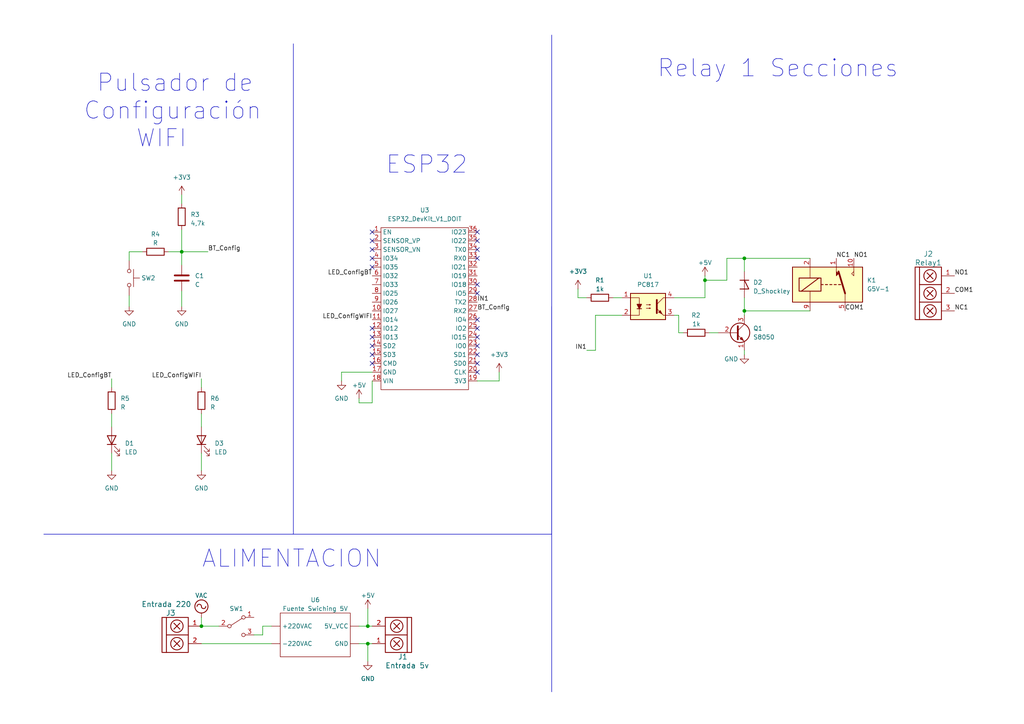
<source format=kicad_sch>
(kicad_sch (version 20230121) (generator eeschema)

  (uuid e63e39d7-6ac0-4ffd-8aa3-1841a4541b55)

  (paper "A4")

  (title_block
    (title "Swich Inteligente")
    (date "2023-04-24")
    (company "EEST N°5")
    (comment 1 "Integranres: Montial Octavio, Sturm Rodrigo, Fabrizio Vallone, Zuñiga Juan, Pierini Franco")
    (comment 2 "Profesor: Mariano Bustos")
  )

  (lib_symbols
    (symbol "+5V_1" (power) (pin_names (offset 0)) (in_bom yes) (on_board yes)
      (property "Reference" "#PWR" (at 0 -3.81 0)
        (effects (font (size 1.27 1.27)) hide)
      )
      (property "Value" "+5V_1" (at 0 3.556 0)
        (effects (font (size 1.27 1.27)))
      )
      (property "Footprint" "" (at 0 0 0)
        (effects (font (size 1.27 1.27)) hide)
      )
      (property "Datasheet" "" (at 0 0 0)
        (effects (font (size 1.27 1.27)) hide)
      )
      (property "ki_keywords" "global power" (at 0 0 0)
        (effects (font (size 1.27 1.27)) hide)
      )
      (property "ki_description" "Power symbol creates a global label with name \"+5V\"" (at 0 0 0)
        (effects (font (size 1.27 1.27)) hide)
      )
      (symbol "+5V_1_0_1"
        (polyline
          (pts
            (xy -0.762 1.27)
            (xy 0 2.54)
          )
          (stroke (width 0) (type default))
          (fill (type none))
        )
        (polyline
          (pts
            (xy 0 0)
            (xy 0 2.54)
          )
          (stroke (width 0) (type default))
          (fill (type none))
        )
        (polyline
          (pts
            (xy 0 2.54)
            (xy 0.762 1.27)
          )
          (stroke (width 0) (type default))
          (fill (type none))
        )
      )
      (symbol "+5V_1_1_1"
        (pin power_in line (at 0 0 90) (length 0) hide
          (name "+5V" (effects (font (size 1.27 1.27))))
          (number "1" (effects (font (size 1.27 1.27))))
        )
      )
    )
    (symbol "Device:C" (pin_numbers hide) (pin_names (offset 0.254)) (in_bom yes) (on_board yes)
      (property "Reference" "C" (at 0.635 2.54 0)
        (effects (font (size 1.27 1.27)) (justify left))
      )
      (property "Value" "C" (at 0.635 -2.54 0)
        (effects (font (size 1.27 1.27)) (justify left))
      )
      (property "Footprint" "" (at 0.9652 -3.81 0)
        (effects (font (size 1.27 1.27)) hide)
      )
      (property "Datasheet" "~" (at 0 0 0)
        (effects (font (size 1.27 1.27)) hide)
      )
      (property "ki_keywords" "cap capacitor" (at 0 0 0)
        (effects (font (size 1.27 1.27)) hide)
      )
      (property "ki_description" "Unpolarized capacitor" (at 0 0 0)
        (effects (font (size 1.27 1.27)) hide)
      )
      (property "ki_fp_filters" "C_*" (at 0 0 0)
        (effects (font (size 1.27 1.27)) hide)
      )
      (symbol "C_0_1"
        (polyline
          (pts
            (xy -2.032 -0.762)
            (xy 2.032 -0.762)
          )
          (stroke (width 0.508) (type default))
          (fill (type none))
        )
        (polyline
          (pts
            (xy -2.032 0.762)
            (xy 2.032 0.762)
          )
          (stroke (width 0.508) (type default))
          (fill (type none))
        )
      )
      (symbol "C_1_1"
        (pin passive line (at 0 3.81 270) (length 2.794)
          (name "~" (effects (font (size 1.27 1.27))))
          (number "1" (effects (font (size 1.27 1.27))))
        )
        (pin passive line (at 0 -3.81 90) (length 2.794)
          (name "~" (effects (font (size 1.27 1.27))))
          (number "2" (effects (font (size 1.27 1.27))))
        )
      )
    )
    (symbol "Device:D_Shockley" (pin_numbers hide) (pin_names (offset 1.016) hide) (in_bom yes) (on_board yes)
      (property "Reference" "D" (at 0 2.54 0)
        (effects (font (size 1.27 1.27)))
      )
      (property "Value" "D_Shockley" (at 0 -2.54 0)
        (effects (font (size 1.27 1.27)))
      )
      (property "Footprint" "" (at 0 0 0)
        (effects (font (size 1.27 1.27)) hide)
      )
      (property "Datasheet" "~" (at 0 0 0)
        (effects (font (size 1.27 1.27)) hide)
      )
      (property "ki_keywords" "Shockley diode PNPN" (at 0 0 0)
        (effects (font (size 1.27 1.27)) hide)
      )
      (property "ki_description" "Shockley (PNPN) diode" (at 0 0 0)
        (effects (font (size 1.27 1.27)) hide)
      )
      (property "ki_fp_filters" "TO-???* *_Diode_* *SingleDiode* D_*" (at 0 0 0)
        (effects (font (size 1.27 1.27)) hide)
      )
      (symbol "D_Shockley_0_1"
        (polyline
          (pts
            (xy -1.27 0)
            (xy 1.27 0)
          )
          (stroke (width 0) (type default))
          (fill (type none))
        )
        (polyline
          (pts
            (xy -1.27 1.27)
            (xy -1.27 -1.27)
          )
          (stroke (width 0.254) (type default))
          (fill (type none))
        )
        (polyline
          (pts
            (xy -1.27 0)
            (xy 1.27 1.27)
            (xy 1.27 -1.27)
          )
          (stroke (width 0.254) (type default))
          (fill (type none))
        )
      )
      (symbol "D_Shockley_1_1"
        (pin passive line (at -3.81 0 0) (length 2.54)
          (name "K" (effects (font (size 1.27 1.27))))
          (number "1" (effects (font (size 1.27 1.27))))
        )
        (pin passive line (at 3.81 0 180) (length 2.54)
          (name "A" (effects (font (size 1.27 1.27))))
          (number "2" (effects (font (size 1.27 1.27))))
        )
      )
    )
    (symbol "Device:LED" (pin_numbers hide) (pin_names (offset 1.016) hide) (in_bom yes) (on_board yes)
      (property "Reference" "D" (at 0 2.54 0)
        (effects (font (size 1.27 1.27)))
      )
      (property "Value" "LED" (at 0 -2.54 0)
        (effects (font (size 1.27 1.27)))
      )
      (property "Footprint" "" (at 0 0 0)
        (effects (font (size 1.27 1.27)) hide)
      )
      (property "Datasheet" "~" (at 0 0 0)
        (effects (font (size 1.27 1.27)) hide)
      )
      (property "ki_keywords" "LED diode" (at 0 0 0)
        (effects (font (size 1.27 1.27)) hide)
      )
      (property "ki_description" "Light emitting diode" (at 0 0 0)
        (effects (font (size 1.27 1.27)) hide)
      )
      (property "ki_fp_filters" "LED* LED_SMD:* LED_THT:*" (at 0 0 0)
        (effects (font (size 1.27 1.27)) hide)
      )
      (symbol "LED_0_1"
        (polyline
          (pts
            (xy -1.27 -1.27)
            (xy -1.27 1.27)
          )
          (stroke (width 0.254) (type default))
          (fill (type none))
        )
        (polyline
          (pts
            (xy -1.27 0)
            (xy 1.27 0)
          )
          (stroke (width 0) (type default))
          (fill (type none))
        )
        (polyline
          (pts
            (xy 1.27 -1.27)
            (xy 1.27 1.27)
            (xy -1.27 0)
            (xy 1.27 -1.27)
          )
          (stroke (width 0.254) (type default))
          (fill (type none))
        )
        (polyline
          (pts
            (xy -3.048 -0.762)
            (xy -4.572 -2.286)
            (xy -3.81 -2.286)
            (xy -4.572 -2.286)
            (xy -4.572 -1.524)
          )
          (stroke (width 0) (type default))
          (fill (type none))
        )
        (polyline
          (pts
            (xy -1.778 -0.762)
            (xy -3.302 -2.286)
            (xy -2.54 -2.286)
            (xy -3.302 -2.286)
            (xy -3.302 -1.524)
          )
          (stroke (width 0) (type default))
          (fill (type none))
        )
      )
      (symbol "LED_1_1"
        (pin passive line (at -3.81 0 0) (length 2.54)
          (name "K" (effects (font (size 1.27 1.27))))
          (number "1" (effects (font (size 1.27 1.27))))
        )
        (pin passive line (at 3.81 0 180) (length 2.54)
          (name "A" (effects (font (size 1.27 1.27))))
          (number "2" (effects (font (size 1.27 1.27))))
        )
      )
    )
    (symbol "Device:R" (pin_numbers hide) (pin_names (offset 0)) (in_bom yes) (on_board yes)
      (property "Reference" "R" (at 2.032 0 90)
        (effects (font (size 1.27 1.27)))
      )
      (property "Value" "R" (at 0 0 90)
        (effects (font (size 1.27 1.27)))
      )
      (property "Footprint" "" (at -1.778 0 90)
        (effects (font (size 1.27 1.27)) hide)
      )
      (property "Datasheet" "~" (at 0 0 0)
        (effects (font (size 1.27 1.27)) hide)
      )
      (property "ki_keywords" "R res resistor" (at 0 0 0)
        (effects (font (size 1.27 1.27)) hide)
      )
      (property "ki_description" "Resistor" (at 0 0 0)
        (effects (font (size 1.27 1.27)) hide)
      )
      (property "ki_fp_filters" "R_*" (at 0 0 0)
        (effects (font (size 1.27 1.27)) hide)
      )
      (symbol "R_0_1"
        (rectangle (start -1.016 -2.54) (end 1.016 2.54)
          (stroke (width 0.254) (type default))
          (fill (type none))
        )
      )
      (symbol "R_1_1"
        (pin passive line (at 0 3.81 270) (length 1.27)
          (name "~" (effects (font (size 1.27 1.27))))
          (number "1" (effects (font (size 1.27 1.27))))
        )
        (pin passive line (at 0 -3.81 90) (length 1.27)
          (name "~" (effects (font (size 1.27 1.27))))
          (number "2" (effects (font (size 1.27 1.27))))
        )
      )
    )
    (symbol "EESTN5:ESP32_DevKit_V1_DOIT" (in_bom yes) (on_board yes)
      (property "Reference" "U" (at -11.43 34.29 0)
        (effects (font (size 1.27 1.27)))
      )
      (property "Value" "ESP32_DevKit_V1_DOIT" (at 11.43 34.29 0)
        (effects (font (size 1.27 1.27)))
      )
      (property "Footprint" "ESP32_DevKit_V1_DOIT:esp32_devkit_v1_doit" (at -11.43 34.29 0)
        (effects (font (size 1.27 1.27)) hide)
      )
      (property "Datasheet" "" (at -11.43 34.29 0)
        (effects (font (size 1.27 1.27)) hide)
      )
      (property "ki_fp_filters" "esp32?devkit?v1?doit*" (at 0 0 0)
        (effects (font (size 1.27 1.27)) hide)
      )
      (symbol "ESP32_DevKit_V1_DOIT_0_0"
        (pin bidirectional line (at 15.24 25.4 180) (length 2.54)
          (name "TX0" (effects (font (size 1.27 1.27))))
          (number "34" (effects (font (size 1.27 1.27))))
        )
        (pin bidirectional line (at 15.24 27.94 180) (length 2.54)
          (name "IO22" (effects (font (size 1.27 1.27))))
          (number "35" (effects (font (size 1.27 1.27))))
        )
        (pin bidirectional line (at 15.24 30.48 180) (length 2.54)
          (name "IO23" (effects (font (size 1.27 1.27))))
          (number "36" (effects (font (size 1.27 1.27))))
        )
      )
      (symbol "ESP32_DevKit_V1_DOIT_0_1"
        (rectangle (start -12.7 31.75) (end 12.7 -15.24)
          (stroke (width 0) (type default))
          (fill (type none))
        )
      )
      (symbol "ESP32_DevKit_V1_DOIT_1_1"
        (pin input line (at -15.24 30.48 0) (length 2.54)
          (name "EN" (effects (font (size 1.27 1.27))))
          (number "1" (effects (font (size 1.27 1.27))))
        )
        (pin bidirectional line (at -15.24 7.62 0) (length 2.54)
          (name "IO27" (effects (font (size 1.27 1.27))))
          (number "10" (effects (font (size 1.27 1.27))))
        )
        (pin bidirectional line (at -15.24 5.08 0) (length 2.54)
          (name "IO14" (effects (font (size 1.27 1.27))))
          (number "11" (effects (font (size 1.27 1.27))))
        )
        (pin bidirectional line (at -15.24 2.54 0) (length 2.54)
          (name "IO12" (effects (font (size 1.27 1.27))))
          (number "12" (effects (font (size 1.27 1.27))))
        )
        (pin bidirectional line (at -15.24 0 0) (length 2.54)
          (name "IO13" (effects (font (size 1.27 1.27))))
          (number "13" (effects (font (size 1.27 1.27))))
        )
        (pin bidirectional line (at -15.24 -2.54 0) (length 2.54)
          (name "SD2" (effects (font (size 1.27 1.27))))
          (number "14" (effects (font (size 1.27 1.27))))
        )
        (pin bidirectional line (at -15.24 -5.08 0) (length 2.54)
          (name "SD3" (effects (font (size 1.27 1.27))))
          (number "15" (effects (font (size 1.27 1.27))))
        )
        (pin bidirectional line (at -15.24 -7.62 0) (length 2.54)
          (name "CMD" (effects (font (size 1.27 1.27))))
          (number "16" (effects (font (size 1.27 1.27))))
        )
        (pin power_in line (at -15.24 -10.16 0) (length 2.54)
          (name "GND" (effects (font (size 1.27 1.27))))
          (number "17" (effects (font (size 1.27 1.27))))
        )
        (pin power_in line (at -15.24 -12.7 0) (length 2.54)
          (name "VIN" (effects (font (size 1.27 1.27))))
          (number "18" (effects (font (size 1.27 1.27))))
        )
        (pin power_in line (at 15.24 -12.7 180) (length 2.54)
          (name "3V3" (effects (font (size 1.27 1.27))))
          (number "19" (effects (font (size 1.27 1.27))))
        )
        (pin input line (at -15.24 27.94 0) (length 2.54)
          (name "SENSOR_VP" (effects (font (size 1.27 1.27))))
          (number "2" (effects (font (size 1.27 1.27))))
        )
        (pin bidirectional line (at 15.24 -10.16 180) (length 2.54)
          (name "CLK" (effects (font (size 1.27 1.27))))
          (number "20" (effects (font (size 1.27 1.27))))
        )
        (pin bidirectional line (at 15.24 -7.62 180) (length 2.54)
          (name "SD0" (effects (font (size 1.27 1.27))))
          (number "21" (effects (font (size 1.27 1.27))))
        )
        (pin bidirectional line (at 15.24 -5.08 180) (length 2.54)
          (name "SD1" (effects (font (size 1.27 1.27))))
          (number "22" (effects (font (size 1.27 1.27))))
        )
        (pin bidirectional line (at 15.24 -2.54 180) (length 2.54)
          (name "IO0" (effects (font (size 1.27 1.27))))
          (number "23" (effects (font (size 1.27 1.27))))
        )
        (pin bidirectional line (at 15.24 0 180) (length 2.54)
          (name "IO15" (effects (font (size 1.27 1.27))))
          (number "24" (effects (font (size 1.27 1.27))))
        )
        (pin bidirectional line (at 15.24 2.54 180) (length 2.54)
          (name "IO2" (effects (font (size 1.27 1.27))))
          (number "25" (effects (font (size 1.27 1.27))))
        )
        (pin bidirectional line (at 15.24 5.08 180) (length 2.54)
          (name "IO4" (effects (font (size 1.27 1.27))))
          (number "26" (effects (font (size 1.27 1.27))))
        )
        (pin bidirectional line (at 15.24 7.62 180) (length 2.54)
          (name "RX2" (effects (font (size 1.27 1.27))))
          (number "27" (effects (font (size 1.27 1.27))))
        )
        (pin bidirectional line (at 15.24 10.16 180) (length 2.54)
          (name "TX2" (effects (font (size 1.27 1.27))))
          (number "28" (effects (font (size 1.27 1.27))))
        )
        (pin bidirectional line (at 15.24 12.7 180) (length 2.54)
          (name "IO5" (effects (font (size 1.27 1.27))))
          (number "29" (effects (font (size 1.27 1.27))))
        )
        (pin input line (at -15.24 25.4 0) (length 2.54)
          (name "SENSOR_VN" (effects (font (size 1.27 1.27))))
          (number "3" (effects (font (size 1.27 1.27))))
        )
        (pin bidirectional line (at 15.24 15.24 180) (length 2.54)
          (name "IO18" (effects (font (size 1.27 1.27))))
          (number "30" (effects (font (size 1.27 1.27))))
        )
        (pin bidirectional line (at 15.24 17.78 180) (length 2.54)
          (name "IO19" (effects (font (size 1.27 1.27))))
          (number "31" (effects (font (size 1.27 1.27))))
        )
        (pin bidirectional line (at 15.24 20.32 180) (length 2.54)
          (name "IO21" (effects (font (size 1.27 1.27))))
          (number "32" (effects (font (size 1.27 1.27))))
        )
        (pin bidirectional line (at 15.24 22.86 180) (length 2.54)
          (name "RX0" (effects (font (size 1.27 1.27))))
          (number "33" (effects (font (size 1.27 1.27))))
        )
        (pin input line (at -15.24 22.86 0) (length 2.54)
          (name "IO34" (effects (font (size 1.27 1.27))))
          (number "4" (effects (font (size 1.27 1.27))))
        )
        (pin input line (at -15.24 20.32 0) (length 2.54)
          (name "IO35" (effects (font (size 1.27 1.27))))
          (number "5" (effects (font (size 1.27 1.27))))
        )
        (pin bidirectional line (at -15.24 17.78 0) (length 2.54)
          (name "IO32" (effects (font (size 1.27 1.27))))
          (number "6" (effects (font (size 1.27 1.27))))
        )
        (pin bidirectional line (at -15.24 15.24 0) (length 2.54)
          (name "IO33" (effects (font (size 1.27 1.27))))
          (number "7" (effects (font (size 1.27 1.27))))
        )
        (pin bidirectional line (at -15.24 12.7 0) (length 2.54)
          (name "IO25" (effects (font (size 1.27 1.27))))
          (number "8" (effects (font (size 1.27 1.27))))
        )
        (pin bidirectional line (at -15.24 10.16 0) (length 2.54)
          (name "IO26" (effects (font (size 1.27 1.27))))
          (number "9" (effects (font (size 1.27 1.27))))
        )
      )
    )
    (symbol "EESTN5:PC817" (pin_names (offset 1.016)) (in_bom yes) (on_board yes)
      (property "Reference" "U" (at -5.08 5.08 0)
        (effects (font (size 1.27 1.27)) (justify left))
      )
      (property "Value" "PC817" (at 0 5.08 0)
        (effects (font (size 1.27 1.27)) (justify left))
      )
      (property "Footprint" "Housings_DIP:DIP-4_W7.62mm" (at -5.08 -5.08 0)
        (effects (font (size 1.27 1.27) italic) (justify left) hide)
      )
      (property "Datasheet" "http://www.soselectronic.cz/a_info/resource/d/pc817.pdf" (at 0 0 0)
        (effects (font (size 1.27 1.27)) (justify left) hide)
      )
      (property "ki_keywords" "NPN DC Optocoupler" (at 0 0 0)
        (effects (font (size 1.27 1.27)) hide)
      )
      (property "ki_description" "DC Optocoupler, Vce 35V, CTR 50-300%, DIP4" (at 0 0 0)
        (effects (font (size 1.27 1.27)) hide)
      )
      (property "ki_fp_filters" "DIP*W7.62mm*" (at 0 0 0)
        (effects (font (size 1.27 1.27)) hide)
      )
      (symbol "PC817_0_1"
        (rectangle (start -5.08 3.81) (end 5.08 -3.81)
          (stroke (width 0.254) (type default))
          (fill (type background))
        )
        (polyline
          (pts
            (xy -3.175 -0.635)
            (xy -1.905 -0.635)
          )
          (stroke (width 0.254) (type default))
          (fill (type none))
        )
        (polyline
          (pts
            (xy 2.54 0.635)
            (xy 4.445 2.54)
          )
          (stroke (width 0) (type default))
          (fill (type none))
        )
        (polyline
          (pts
            (xy 4.445 -2.54)
            (xy 2.54 -0.635)
          )
          (stroke (width 0) (type default))
          (fill (type outline))
        )
        (polyline
          (pts
            (xy 4.445 -2.54)
            (xy 5.08 -2.54)
          )
          (stroke (width 0) (type default))
          (fill (type none))
        )
        (polyline
          (pts
            (xy 4.445 2.54)
            (xy 5.08 2.54)
          )
          (stroke (width 0) (type default))
          (fill (type none))
        )
        (polyline
          (pts
            (xy -5.08 2.54)
            (xy -2.54 2.54)
            (xy -2.54 0.635)
          )
          (stroke (width 0) (type default))
          (fill (type none))
        )
        (polyline
          (pts
            (xy -2.54 -0.635)
            (xy -2.54 -2.54)
            (xy -5.08 -2.54)
          )
          (stroke (width 0) (type default))
          (fill (type none))
        )
        (polyline
          (pts
            (xy 2.54 1.905)
            (xy 2.54 -1.905)
            (xy 2.54 -1.905)
          )
          (stroke (width 0.508) (type default))
          (fill (type none))
        )
        (polyline
          (pts
            (xy -2.54 -0.635)
            (xy -3.175 0.635)
            (xy -1.905 0.635)
            (xy -2.54 -0.635)
          )
          (stroke (width 0.254) (type default))
          (fill (type outline))
        )
        (polyline
          (pts
            (xy -0.508 -0.508)
            (xy 0.762 -0.508)
            (xy 0.381 -0.635)
            (xy 0.381 -0.381)
            (xy 0.762 -0.508)
          )
          (stroke (width 0) (type default))
          (fill (type none))
        )
        (polyline
          (pts
            (xy -0.508 0.508)
            (xy 0.762 0.508)
            (xy 0.381 0.381)
            (xy 0.381 0.635)
            (xy 0.762 0.508)
          )
          (stroke (width 0) (type default))
          (fill (type none))
        )
        (polyline
          (pts
            (xy 3.048 -1.651)
            (xy 3.556 -1.143)
            (xy 4.064 -2.159)
            (xy 3.048 -1.651)
            (xy 3.048 -1.651)
          )
          (stroke (width 0) (type default))
          (fill (type outline))
        )
      )
      (symbol "PC817_1_1"
        (pin passive line (at -7.62 2.54 0) (length 2.54)
          (name "~" (effects (font (size 1.27 1.27))))
          (number "1" (effects (font (size 1.27 1.27))))
        )
        (pin passive line (at -7.62 -2.54 0) (length 2.54)
          (name "~" (effects (font (size 1.27 1.27))))
          (number "2" (effects (font (size 1.27 1.27))))
        )
        (pin passive line (at 7.62 -2.54 180) (length 2.54)
          (name "~" (effects (font (size 1.27 1.27))))
          (number "3" (effects (font (size 1.27 1.27))))
        )
        (pin passive line (at 7.62 2.54 180) (length 2.54)
          (name "~" (effects (font (size 1.27 1.27))))
          (number "4" (effects (font (size 1.27 1.27))))
        )
      )
    )
    (symbol "EESTN5:SW_SPDT" (pin_names (offset 0) hide) (in_bom yes) (on_board yes)
      (property "Reference" "SW" (at 0 4.318 0)
        (effects (font (size 1.27 1.27)))
      )
      (property "Value" "SW_SPDT" (at 0 -5.08 0)
        (effects (font (size 1.27 1.27)) hide)
      )
      (property "Footprint" "" (at 0 0 0)
        (effects (font (size 1.27 1.27)))
      )
      (property "Datasheet" "" (at 0 0 0)
        (effects (font (size 1.27 1.27)))
      )
      (property "ki_keywords" "switch single-pole double-throw spdt ON-ON" (at 0 0 0)
        (effects (font (size 1.27 1.27)) hide)
      )
      (property "ki_description" "Switch, single pole double throw" (at 0 0 0)
        (effects (font (size 1.27 1.27)) hide)
      )
      (property "ki_fp_filters" "SW* LLAVE*" (at 0 0 0)
        (effects (font (size 1.27 1.27)) hide)
      )
      (symbol "SW_SPDT_0_0"
        (circle (center -2.032 0) (radius 0.508)
          (stroke (width 0) (type default))
          (fill (type none))
        )
        (circle (center 2.032 -2.54) (radius 0.508)
          (stroke (width 0) (type default))
          (fill (type none))
        )
      )
      (symbol "SW_SPDT_0_1"
        (polyline
          (pts
            (xy -1.524 0.254)
            (xy 1.651 2.286)
          )
          (stroke (width 0) (type default))
          (fill (type none))
        )
        (circle (center 2.032 2.54) (radius 0.508)
          (stroke (width 0) (type default))
          (fill (type none))
        )
      )
      (symbol "SW_SPDT_1_1"
        (pin passive line (at 5.08 2.54 180) (length 2.54)
          (name "A" (effects (font (size 1.27 1.27))))
          (number "1" (effects (font (size 1.27 1.27))))
        )
        (pin passive line (at -5.08 0 0) (length 2.54)
          (name "B" (effects (font (size 1.27 1.27))))
          (number "2" (effects (font (size 1.27 1.27))))
        )
        (pin passive line (at 5.08 -2.54 180) (length 2.54)
          (name "C" (effects (font (size 1.27 1.27))))
          (number "3" (effects (font (size 1.27 1.27))))
        )
      )
    )
    (symbol "EESTN5:TB_1X2" (pin_names (offset 1.016)) (in_bom yes) (on_board yes)
      (property "Reference" "J" (at 0 7.62 0)
        (effects (font (size 1.524 1.524)))
      )
      (property "Value" "TB_1X2" (at 1.27 -7.62 0)
        (effects (font (size 1.524 1.524)))
      )
      (property "Footprint" "" (at -1.27 1.27 0)
        (effects (font (size 1.524 1.524)))
      )
      (property "Datasheet" "" (at -1.27 1.27 0)
        (effects (font (size 1.524 1.524)))
      )
      (property "ki_fp_filters" "BORNERA* TB*" (at 0 0 0)
        (effects (font (size 1.27 1.27)) hide)
      )
      (symbol "TB_1X2_0_1"
        (rectangle (start -2.54 5.08) (end 5.08 -5.08)
          (stroke (width 0.254) (type default))
          (fill (type none))
        )
        (polyline
          (pts
            (xy -1.27 0)
            (xy 5.08 0)
          )
          (stroke (width 0.254) (type default))
          (fill (type none))
        )
        (polyline
          (pts
            (xy -1.27 5.08)
            (xy -1.27 -5.08)
          )
          (stroke (width 0.254) (type default))
          (fill (type none))
        )
        (polyline
          (pts
            (xy 0.889 -3.429)
            (xy 2.667 -1.651)
          )
          (stroke (width 0.254) (type default))
          (fill (type none))
        )
        (polyline
          (pts
            (xy 0.889 -1.651)
            (xy 2.667 -3.429)
          )
          (stroke (width 0.254) (type default))
          (fill (type none))
        )
        (polyline
          (pts
            (xy 0.889 1.651)
            (xy 2.667 3.429)
          )
          (stroke (width 0.254) (type default))
          (fill (type none))
        )
        (polyline
          (pts
            (xy 0.889 3.429)
            (xy 2.667 1.651)
          )
          (stroke (width 0.254) (type default))
          (fill (type none))
        )
        (circle (center 1.778 -2.54) (radius 1.8034)
          (stroke (width 0.254) (type default))
          (fill (type none))
        )
        (circle (center 1.778 2.54) (radius 1.8034)
          (stroke (width 0.254) (type default))
          (fill (type none))
        )
      )
      (symbol "TB_1X2_1_1"
        (pin input line (at 8.89 2.54 180) (length 3.81)
          (name "~" (effects (font (size 1.27 1.27))))
          (number "1" (effects (font (size 1.27 1.27))))
        )
        (pin input line (at 8.89 -2.54 180) (length 3.81)
          (name "~" (effects (font (size 1.27 1.27))))
          (number "2" (effects (font (size 1.27 1.27))))
        )
      )
    )
    (symbol "EESTN5:TB_1X3" (pin_names (offset 1.016)) (in_bom yes) (on_board yes)
      (property "Reference" "J" (at 0 7.62 0)
        (effects (font (size 1.524 1.524)))
      )
      (property "Value" "TB_1X3" (at 1.27 -11.43 0)
        (effects (font (size 1.524 1.524)))
      )
      (property "Footprint" "" (at -1.27 1.27 0)
        (effects (font (size 1.524 1.524)))
      )
      (property "Datasheet" "" (at -1.27 1.27 0)
        (effects (font (size 1.524 1.524)))
      )
      (property "ki_fp_filters" "BORNERA* TB*" (at 0 0 0)
        (effects (font (size 1.27 1.27)) hide)
      )
      (symbol "TB_1X3_0_1"
        (rectangle (start -2.54 5.08) (end 5.08 -10.16)
          (stroke (width 0.254) (type default))
          (fill (type none))
        )
        (polyline
          (pts
            (xy -1.27 -5.08)
            (xy 5.08 -5.08)
          )
          (stroke (width 0.254) (type default))
          (fill (type none))
        )
        (polyline
          (pts
            (xy -1.27 0)
            (xy 5.08 0)
          )
          (stroke (width 0.254) (type default))
          (fill (type none))
        )
        (polyline
          (pts
            (xy -1.27 5.08)
            (xy -1.27 -10.16)
          )
          (stroke (width 0.254) (type default))
          (fill (type none))
        )
        (polyline
          (pts
            (xy 0.889 -8.509)
            (xy 2.667 -6.731)
          )
          (stroke (width 0.254) (type default))
          (fill (type none))
        )
        (polyline
          (pts
            (xy 0.889 -6.731)
            (xy 2.667 -8.509)
          )
          (stroke (width 0.254) (type default))
          (fill (type none))
        )
        (polyline
          (pts
            (xy 0.889 -3.429)
            (xy 2.667 -1.651)
          )
          (stroke (width 0.254) (type default))
          (fill (type none))
        )
        (polyline
          (pts
            (xy 0.889 -1.651)
            (xy 2.667 -3.429)
          )
          (stroke (width 0.254) (type default))
          (fill (type none))
        )
        (polyline
          (pts
            (xy 0.889 1.651)
            (xy 2.667 3.429)
          )
          (stroke (width 0.254) (type default))
          (fill (type none))
        )
        (polyline
          (pts
            (xy 0.889 3.429)
            (xy 2.667 1.651)
          )
          (stroke (width 0.254) (type default))
          (fill (type none))
        )
        (circle (center 1.778 -7.62) (radius 1.8034)
          (stroke (width 0.254) (type default))
          (fill (type none))
        )
        (circle (center 1.778 -2.54) (radius 1.8034)
          (stroke (width 0.254) (type default))
          (fill (type none))
        )
        (circle (center 1.778 2.54) (radius 1.8034)
          (stroke (width 0.254) (type default))
          (fill (type none))
        )
      )
      (symbol "TB_1X3_1_1"
        (pin input line (at 8.89 2.54 180) (length 3.81)
          (name "~" (effects (font (size 1.27 1.27))))
          (number "1" (effects (font (size 1.27 1.27))))
        )
        (pin input line (at 8.89 -2.54 180) (length 3.81)
          (name "~" (effects (font (size 1.27 1.27))))
          (number "2" (effects (font (size 1.27 1.27))))
        )
        (pin input line (at 8.89 -7.62 180) (length 3.81)
          (name "~" (effects (font (size 1.27 1.27))))
          (number "3" (effects (font (size 1.27 1.27))))
        )
      )
    )
    (symbol "Library_SW-Intel:Fuente_Swiching" (in_bom yes) (on_board yes)
      (property "Reference" "U" (at -6.35 10.16 0)
        (effects (font (size 1.27 1.27)))
      )
      (property "Value" "Fuente Swiching 5V" (at 0 7.62 0)
        (effects (font (size 1.27 1.27)))
      )
      (property "Footprint" "" (at -7.62 11.43 0)
        (effects (font (size 1.27 1.27)) hide)
      )
      (property "Datasheet" "" (at -7.62 11.43 0)
        (effects (font (size 1.27 1.27)) hide)
      )
      (symbol "Fuente_Swiching_0_1"
        (rectangle (start -10.16 6.35) (end 10.16 -6.35)
          (stroke (width 0) (type default))
          (fill (type none))
        )
      )
      (symbol "Fuente_Swiching_1_1"
        (pin power_in line (at -12.7 2.54 0) (length 2.54)
          (name "+220VAC" (effects (font (size 1.27 1.27))))
          (number "" (effects (font (size 1.27 1.27))))
        )
        (pin power_in line (at -12.7 -2.54 0) (length 2.54)
          (name "-220VAC" (effects (font (size 1.27 1.27))))
          (number "" (effects (font (size 1.27 1.27))))
        )
        (pin power_out line (at 12.7 2.54 180) (length 2.54)
          (name "5V_VCC" (effects (font (size 1.27 1.27))))
          (number "" (effects (font (size 1.27 1.27))))
        )
        (pin power_out line (at 12.7 -2.54 180) (length 2.54)
          (name "GND" (effects (font (size 1.27 1.27))))
          (number "" (effects (font (size 1.27 1.27))))
        )
      )
    )
    (symbol "PERSONALES:SW_Push" (pin_numbers hide) (pin_names (offset 1.016) hide) (in_bom yes) (on_board yes)
      (property "Reference" "SW" (at 1.27 2.54 0)
        (effects (font (size 1.27 1.27)) (justify left))
      )
      (property "Value" "SW_Push" (at 0 -1.524 0)
        (effects (font (size 1.27 1.27)) hide)
      )
      (property "Footprint" "" (at 0 5.08 0)
        (effects (font (size 1.27 1.27)))
      )
      (property "Datasheet" "" (at 0 5.08 0)
        (effects (font (size 1.27 1.27)))
      )
      (property "ki_keywords" "switch normally-open pushbutton push-button" (at 0 0 0)
        (effects (font (size 1.27 1.27)) hide)
      )
      (property "ki_description" "Push button switch, generic, two pins" (at 0 0 0)
        (effects (font (size 1.27 1.27)) hide)
      )
      (property "ki_fp_filters" "PUL* SW* SPST*" (at 0 0 0)
        (effects (font (size 1.27 1.27)) hide)
      )
      (symbol "SW_Push_0_1"
        (circle (center -2.032 0) (radius 0.508)
          (stroke (width 0) (type solid))
          (fill (type none))
        )
        (polyline
          (pts
            (xy 0 1.27)
            (xy 0 3.048)
          )
          (stroke (width 0) (type solid))
          (fill (type none))
        )
        (polyline
          (pts
            (xy 2.54 1.27)
            (xy -2.54 1.27)
          )
          (stroke (width 0) (type solid))
          (fill (type none))
        )
        (circle (center 2.032 0) (radius 0.508)
          (stroke (width 0) (type solid))
          (fill (type none))
        )
        (pin passive line (at -5.08 0 0) (length 2.54)
          (name "1" (effects (font (size 1.27 1.27))))
          (number "1" (effects (font (size 1.27 1.27))))
        )
        (pin passive line (at 5.08 0 180) (length 2.54)
          (name "2" (effects (font (size 1.27 1.27))))
          (number "2" (effects (font (size 1.27 1.27))))
        )
      )
    )
    (symbol "Relay:G5V-1" (in_bom yes) (on_board yes)
      (property "Reference" "K" (at 11.43 3.81 0)
        (effects (font (size 1.27 1.27)) (justify left))
      )
      (property "Value" "G5V-1" (at 11.43 1.27 0)
        (effects (font (size 1.27 1.27)) (justify left))
      )
      (property "Footprint" "Relay_THT:Relay_SPDT_Omron_G5V-1" (at 28.702 -0.762 0)
        (effects (font (size 1.27 1.27)) hide)
      )
      (property "Datasheet" "http://omronfs.omron.com/en_US/ecb/products/pdf/en-g5v_1.pdf" (at 0 0 0)
        (effects (font (size 1.27 1.27)) hide)
      )
      (property "ki_keywords" "Single Pole Relay SPDT" (at 0 0 0)
        (effects (font (size 1.27 1.27)) hide)
      )
      (property "ki_description" "Ultra-miniature, Highly Sensitive SPDT Relay for Signal Circuits" (at 0 0 0)
        (effects (font (size 1.27 1.27)) hide)
      )
      (property "ki_fp_filters" "Relay*SPDT*Omron*G5V?1*" (at 0 0 0)
        (effects (font (size 1.27 1.27)) hide)
      )
      (symbol "G5V-1_0_0"
        (polyline
          (pts
            (xy 7.62 5.08)
            (xy 7.62 2.54)
            (xy 6.985 3.175)
            (xy 7.62 3.81)
          )
          (stroke (width 0) (type default))
          (fill (type none))
        )
      )
      (symbol "G5V-1_0_1"
        (rectangle (start -10.16 5.08) (end 10.16 -5.08)
          (stroke (width 0.254) (type default))
          (fill (type background))
        )
        (rectangle (start -8.255 1.905) (end -1.905 -1.905)
          (stroke (width 0.254) (type default))
          (fill (type none))
        )
        (polyline
          (pts
            (xy -7.62 -1.905)
            (xy -2.54 1.905)
          )
          (stroke (width 0.254) (type default))
          (fill (type none))
        )
        (polyline
          (pts
            (xy -5.08 -5.08)
            (xy -5.08 -1.905)
          )
          (stroke (width 0) (type default))
          (fill (type none))
        )
        (polyline
          (pts
            (xy -5.08 5.08)
            (xy -5.08 1.905)
          )
          (stroke (width 0) (type default))
          (fill (type none))
        )
        (polyline
          (pts
            (xy -1.905 0)
            (xy -1.27 0)
          )
          (stroke (width 0.254) (type default))
          (fill (type none))
        )
        (polyline
          (pts
            (xy -0.635 0)
            (xy 0 0)
          )
          (stroke (width 0.254) (type default))
          (fill (type none))
        )
        (polyline
          (pts
            (xy 0.635 0)
            (xy 1.27 0)
          )
          (stroke (width 0.254) (type default))
          (fill (type none))
        )
        (polyline
          (pts
            (xy 1.905 0)
            (xy 2.54 0)
          )
          (stroke (width 0.254) (type default))
          (fill (type none))
        )
        (polyline
          (pts
            (xy 3.175 0)
            (xy 3.81 0)
          )
          (stroke (width 0.254) (type default))
          (fill (type none))
        )
        (polyline
          (pts
            (xy 5.08 -2.54)
            (xy 3.175 3.81)
          )
          (stroke (width 0.508) (type default))
          (fill (type none))
        )
        (polyline
          (pts
            (xy 5.08 -2.54)
            (xy 5.08 -5.08)
          )
          (stroke (width 0) (type default))
          (fill (type none))
        )
        (polyline
          (pts
            (xy 2.54 5.08)
            (xy 2.54 2.54)
            (xy 3.175 3.175)
            (xy 2.54 3.81)
          )
          (stroke (width 0) (type default))
          (fill (type outline))
        )
      )
      (symbol "G5V-1_1_1"
        (pin passive line (at 2.54 7.62 270) (length 2.54)
          (name "~" (effects (font (size 1.27 1.27))))
          (number "1" (effects (font (size 1.27 1.27))))
        )
        (pin passive line (at 7.62 7.62 270) (length 2.54)
          (name "~" (effects (font (size 1.27 1.27))))
          (number "10" (effects (font (size 1.27 1.27))))
        )
        (pin passive line (at -5.08 7.62 270) (length 2.54)
          (name "~" (effects (font (size 1.27 1.27))))
          (number "2" (effects (font (size 1.27 1.27))))
        )
        (pin passive line (at 5.08 -7.62 90) (length 2.54)
          (name "~" (effects (font (size 1.27 1.27))))
          (number "5" (effects (font (size 1.27 1.27))))
        )
        (pin passive line (at 5.08 -7.62 90) (length 2.54) hide
          (name "~" (effects (font (size 1.27 1.27))))
          (number "6" (effects (font (size 1.27 1.27))))
        )
        (pin passive line (at -5.08 -7.62 90) (length 2.54)
          (name "~" (effects (font (size 1.27 1.27))))
          (number "9" (effects (font (size 1.27 1.27))))
        )
      )
    )
    (symbol "Transistor_BJT:S8050" (pin_names (offset 0) hide) (in_bom yes) (on_board yes)
      (property "Reference" "Q" (at 5.08 1.905 0)
        (effects (font (size 1.27 1.27)) (justify left))
      )
      (property "Value" "S8050" (at 5.08 0 0)
        (effects (font (size 1.27 1.27)) (justify left))
      )
      (property "Footprint" "Package_TO_SOT_THT:TO-92_Inline" (at 5.08 -1.905 0)
        (effects (font (size 1.27 1.27) italic) (justify left) hide)
      )
      (property "Datasheet" "http://www.unisonic.com.tw/datasheet/S8050.pdf" (at 0 0 0)
        (effects (font (size 1.27 1.27)) (justify left) hide)
      )
      (property "ki_keywords" "S8050 NPN Low Voltage High Current Transistor" (at 0 0 0)
        (effects (font (size 1.27 1.27)) hide)
      )
      (property "ki_description" "0.7A Ic, 20V Vce, Low Voltage High Current NPN Transistor, TO-92" (at 0 0 0)
        (effects (font (size 1.27 1.27)) hide)
      )
      (property "ki_fp_filters" "TO?92*" (at 0 0 0)
        (effects (font (size 1.27 1.27)) hide)
      )
      (symbol "S8050_0_1"
        (polyline
          (pts
            (xy 0 0)
            (xy 0.635 0)
          )
          (stroke (width 0) (type default))
          (fill (type none))
        )
        (polyline
          (pts
            (xy 0.635 0.635)
            (xy 2.54 2.54)
          )
          (stroke (width 0) (type default))
          (fill (type none))
        )
        (polyline
          (pts
            (xy 0.635 -0.635)
            (xy 2.54 -2.54)
            (xy 2.54 -2.54)
          )
          (stroke (width 0) (type default))
          (fill (type none))
        )
        (polyline
          (pts
            (xy 0.635 1.905)
            (xy 0.635 -1.905)
            (xy 0.635 -1.905)
          )
          (stroke (width 0.508) (type default))
          (fill (type none))
        )
        (polyline
          (pts
            (xy 1.27 -1.778)
            (xy 1.778 -1.27)
            (xy 2.286 -2.286)
            (xy 1.27 -1.778)
            (xy 1.27 -1.778)
          )
          (stroke (width 0) (type default))
          (fill (type outline))
        )
        (circle (center 1.27 0) (radius 2.8194)
          (stroke (width 0.254) (type default))
          (fill (type none))
        )
      )
      (symbol "S8050_1_1"
        (pin passive line (at 2.54 -5.08 90) (length 2.54)
          (name "E" (effects (font (size 1.27 1.27))))
          (number "1" (effects (font (size 1.27 1.27))))
        )
        (pin input line (at -5.08 0 0) (length 5.08)
          (name "B" (effects (font (size 1.27 1.27))))
          (number "2" (effects (font (size 1.27 1.27))))
        )
        (pin passive line (at 2.54 5.08 270) (length 2.54)
          (name "C" (effects (font (size 1.27 1.27))))
          (number "3" (effects (font (size 1.27 1.27))))
        )
      )
    )
    (symbol "power:+3.3V" (power) (pin_names (offset 0)) (in_bom yes) (on_board yes)
      (property "Reference" "#PWR" (at 0 -3.81 0)
        (effects (font (size 1.27 1.27)) hide)
      )
      (property "Value" "+3.3V" (at 0 3.556 0)
        (effects (font (size 1.27 1.27)))
      )
      (property "Footprint" "" (at 0 0 0)
        (effects (font (size 1.27 1.27)) hide)
      )
      (property "Datasheet" "" (at 0 0 0)
        (effects (font (size 1.27 1.27)) hide)
      )
      (property "ki_keywords" "power-flag" (at 0 0 0)
        (effects (font (size 1.27 1.27)) hide)
      )
      (property "ki_description" "Power symbol creates a global label with name \"+3.3V\"" (at 0 0 0)
        (effects (font (size 1.27 1.27)) hide)
      )
      (symbol "+3.3V_0_1"
        (polyline
          (pts
            (xy -0.762 1.27)
            (xy 0 2.54)
          )
          (stroke (width 0) (type default))
          (fill (type none))
        )
        (polyline
          (pts
            (xy 0 0)
            (xy 0 2.54)
          )
          (stroke (width 0) (type default))
          (fill (type none))
        )
        (polyline
          (pts
            (xy 0 2.54)
            (xy 0.762 1.27)
          )
          (stroke (width 0) (type default))
          (fill (type none))
        )
      )
      (symbol "+3.3V_1_1"
        (pin power_in line (at 0 0 90) (length 0) hide
          (name "+3V3" (effects (font (size 1.27 1.27))))
          (number "1" (effects (font (size 1.27 1.27))))
        )
      )
    )
    (symbol "power:+5V" (power) (pin_names (offset 0)) (in_bom yes) (on_board yes)
      (property "Reference" "#PWR" (at 0 -3.81 0)
        (effects (font (size 1.27 1.27)) hide)
      )
      (property "Value" "+5V" (at 0 3.556 0)
        (effects (font (size 1.27 1.27)))
      )
      (property "Footprint" "" (at 0 0 0)
        (effects (font (size 1.27 1.27)) hide)
      )
      (property "Datasheet" "" (at 0 0 0)
        (effects (font (size 1.27 1.27)) hide)
      )
      (property "ki_keywords" "power-flag" (at 0 0 0)
        (effects (font (size 1.27 1.27)) hide)
      )
      (property "ki_description" "Power symbol creates a global label with name \"+5V\"" (at 0 0 0)
        (effects (font (size 1.27 1.27)) hide)
      )
      (symbol "+5V_0_1"
        (polyline
          (pts
            (xy -0.762 1.27)
            (xy 0 2.54)
          )
          (stroke (width 0) (type default))
          (fill (type none))
        )
        (polyline
          (pts
            (xy 0 0)
            (xy 0 2.54)
          )
          (stroke (width 0) (type default))
          (fill (type none))
        )
        (polyline
          (pts
            (xy 0 2.54)
            (xy 0.762 1.27)
          )
          (stroke (width 0) (type default))
          (fill (type none))
        )
      )
      (symbol "+5V_1_1"
        (pin power_in line (at 0 0 90) (length 0) hide
          (name "+5V" (effects (font (size 1.27 1.27))))
          (number "1" (effects (font (size 1.27 1.27))))
        )
      )
    )
    (symbol "power:GND" (power) (pin_names (offset 0)) (in_bom yes) (on_board yes)
      (property "Reference" "#PWR" (at 0 -6.35 0)
        (effects (font (size 1.27 1.27)) hide)
      )
      (property "Value" "GND" (at 0 -3.81 0)
        (effects (font (size 1.27 1.27)))
      )
      (property "Footprint" "" (at 0 0 0)
        (effects (font (size 1.27 1.27)) hide)
      )
      (property "Datasheet" "" (at 0 0 0)
        (effects (font (size 1.27 1.27)) hide)
      )
      (property "ki_keywords" "power-flag" (at 0 0 0)
        (effects (font (size 1.27 1.27)) hide)
      )
      (property "ki_description" "Power symbol creates a global label with name \"GND\" , ground" (at 0 0 0)
        (effects (font (size 1.27 1.27)) hide)
      )
      (symbol "GND_0_1"
        (polyline
          (pts
            (xy 0 0)
            (xy 0 -1.27)
            (xy 1.27 -1.27)
            (xy 0 -2.54)
            (xy -1.27 -1.27)
            (xy 0 -1.27)
          )
          (stroke (width 0) (type default))
          (fill (type none))
        )
      )
      (symbol "GND_1_1"
        (pin power_in line (at 0 0 270) (length 0) hide
          (name "GND" (effects (font (size 1.27 1.27))))
          (number "1" (effects (font (size 1.27 1.27))))
        )
      )
    )
    (symbol "power:VAC" (power) (pin_names (offset 0)) (in_bom yes) (on_board yes)
      (property "Reference" "#PWR" (at 0 -2.54 0)
        (effects (font (size 1.27 1.27)) hide)
      )
      (property "Value" "VAC" (at 0 6.35 0)
        (effects (font (size 1.27 1.27)))
      )
      (property "Footprint" "" (at 0 0 0)
        (effects (font (size 1.27 1.27)) hide)
      )
      (property "Datasheet" "" (at 0 0 0)
        (effects (font (size 1.27 1.27)) hide)
      )
      (property "ki_keywords" "global power" (at 0 0 0)
        (effects (font (size 1.27 1.27)) hide)
      )
      (property "ki_description" "Power symbol creates a global label with name \"VAC\"" (at 0 0 0)
        (effects (font (size 1.27 1.27)) hide)
      )
      (symbol "VAC_0_1"
        (polyline
          (pts
            (xy 0 0)
            (xy 0 1.27)
          )
          (stroke (width 0) (type default))
          (fill (type none))
        )
        (arc (start 0 3.175) (mid -0.635 3.8073) (end -1.27 3.175)
          (stroke (width 0.254) (type default))
          (fill (type none))
        )
        (arc (start 0 3.175) (mid 0.635 2.5427) (end 1.27 3.175)
          (stroke (width 0.254) (type default))
          (fill (type none))
        )
        (circle (center 0 3.175) (radius 1.905)
          (stroke (width 0.254) (type default))
          (fill (type none))
        )
      )
      (symbol "VAC_1_1"
        (pin power_in line (at 0 0 90) (length 0) hide
          (name "VAC" (effects (font (size 1.27 1.27))))
          (number "1" (effects (font (size 1.27 1.27))))
        )
      )
    )
  )

  (junction (at 52.705 73.025) (diameter 0) (color 0 0 0 0)
    (uuid 08f9c183-3cc8-47ff-8299-e5ba096367dd)
  )
  (junction (at 215.9 90.17) (diameter 0) (color 0 0 0 0)
    (uuid 13c9aa75-9fcf-4c80-ad99-5cab431bb651)
  )
  (junction (at 204.47 81.28) (diameter 0) (color 0 0 0 0)
    (uuid 1d780037-d7cd-4ca1-9569-315ac970a605)
  )
  (junction (at 58.42 181.61) (diameter 0) (color 0 0 0 0)
    (uuid 223f1e5d-7a9c-4f11-8f9c-2e0c69313e77)
  )
  (junction (at 106.68 186.69) (diameter 0) (color 0 0 0 0)
    (uuid 3a6082ef-6581-45c6-9c8d-ebe097867717)
  )
  (junction (at 106.68 181.61) (diameter 0) (color 0 0 0 0)
    (uuid 6c63bb37-9763-4950-8a30-9478e83ade86)
  )
  (junction (at 215.9 74.93) (diameter 0) (color 0 0 0 0)
    (uuid ef67b67f-85e2-4581-962f-1de2791d2ab4)
  )

  (no_connect (at 138.43 72.39) (uuid 1988082b-5b19-47b9-966f-d69c8affc74c))
  (no_connect (at 138.43 74.93) (uuid 1988082b-5b19-47b9-966f-d69c8affc74d))
  (no_connect (at 138.43 69.85) (uuid 1988082b-5b19-47b9-966f-d69c8affc74e))
  (no_connect (at 138.43 67.31) (uuid 1988082b-5b19-47b9-966f-d69c8affc74f))
  (no_connect (at 107.95 105.41) (uuid 1988082b-5b19-47b9-966f-d69c8affc750))
  (no_connect (at 107.95 100.33) (uuid 1988082b-5b19-47b9-966f-d69c8affc751))
  (no_connect (at 107.95 102.87) (uuid 1988082b-5b19-47b9-966f-d69c8affc752))
  (no_connect (at 107.95 67.31) (uuid 1988082b-5b19-47b9-966f-d69c8affc753))
  (no_connect (at 107.95 72.39) (uuid 1988082b-5b19-47b9-966f-d69c8affc755))
  (no_connect (at 107.95 77.47) (uuid 1988082b-5b19-47b9-966f-d69c8affc758))
  (no_connect (at 107.95 69.85) (uuid 1988082b-5b19-47b9-966f-d69c8affc759))
  (no_connect (at 107.95 74.93) (uuid 1988082b-5b19-47b9-966f-d69c8affc75a))
  (no_connect (at 138.43 102.87) (uuid 791579b7-5a20-482d-9a5b-58ae4d9676e7))
  (no_connect (at 138.43 105.41) (uuid 791579b7-5a20-482d-9a5b-58ae4d9676e8))
  (no_connect (at 138.43 107.95) (uuid 791579b7-5a20-482d-9a5b-58ae4d9676e9))
  (no_connect (at 107.95 95.25) (uuid 7ab2be0a-75bb-4660-a51b-14f80fccedb9))
  (no_connect (at 138.43 85.09) (uuid 80be71f4-fadb-4b44-9427-7c3d65dc730b))
  (no_connect (at 138.43 82.55) (uuid a9f962ae-d6ed-4a22-ba4d-d1f84eeff872))
  (no_connect (at 107.95 97.79) (uuid c2fc672a-d49c-4d8e-b928-6d5f32cf94e7))
  (no_connect (at 138.43 100.33) (uuid dc0f1fe5-e578-4432-99a9-5957ed2892ef))
  (no_connect (at 138.43 97.79) (uuid dc0f1fe5-e578-4432-99a9-5957ed2892f0))
  (no_connect (at 138.43 92.71) (uuid dc0f1fe5-e578-4432-99a9-5957ed2892f1))
  (no_connect (at 138.43 95.25) (uuid dc0f1fe5-e578-4432-99a9-5957ed2892f2))

  (wire (pts (xy 205.74 96.52) (xy 208.28 96.52))
    (stroke (width 0) (type default))
    (uuid 03cfe550-f1c8-4f7d-b406-8f53e2b5023f)
  )
  (wire (pts (xy 52.705 73.025) (xy 60.325 73.025))
    (stroke (width 0) (type default))
    (uuid 05cda3bd-279b-4d7f-ab82-27643c6a133c)
  )
  (wire (pts (xy 167.64 86.36) (xy 167.64 83.82))
    (stroke (width 0) (type default))
    (uuid 06d041a2-dbcd-47e6-9ef8-3039d24a47f0)
  )
  (wire (pts (xy 215.9 90.17) (xy 215.9 86.36))
    (stroke (width 0) (type default))
    (uuid 0cf36bdf-e878-4af7-a761-1d1b552b86b2)
  )
  (wire (pts (xy 58.42 186.69) (xy 78.74 186.69))
    (stroke (width 0) (type default))
    (uuid 0eafddc9-e896-4639-8326-18aa6321523d)
  )
  (wire (pts (xy 32.385 120.015) (xy 32.385 123.825))
    (stroke (width 0) (type default))
    (uuid 160797ca-a2db-4add-835c-7fba33a24090)
  )
  (wire (pts (xy 177.8 86.36) (xy 180.34 86.36))
    (stroke (width 0) (type default))
    (uuid 1c131686-18aa-40f5-af38-4c6f1a6d6695)
  )
  (wire (pts (xy 138.43 110.49) (xy 144.78 110.49))
    (stroke (width 0) (type default))
    (uuid 207cffed-3751-4f67-b62f-7d985c83b75d)
  )
  (wire (pts (xy 196.85 91.44) (xy 196.85 96.52))
    (stroke (width 0) (type default))
    (uuid 20e1b5ee-972b-41d7-bca3-b185928dc539)
  )
  (wire (pts (xy 210.82 81.28) (xy 210.82 74.93))
    (stroke (width 0) (type default))
    (uuid 21986e91-0843-4814-aaa4-622f269c4a2f)
  )
  (wire (pts (xy 76.2 181.61) (xy 78.74 181.61))
    (stroke (width 0) (type default))
    (uuid 24a64533-5a22-44d6-a588-80a912b0837a)
  )
  (wire (pts (xy 76.2 184.15) (xy 76.2 181.61))
    (stroke (width 0) (type default))
    (uuid 25f8f3e5-77ed-4579-9764-572c9670fd7d)
  )
  (wire (pts (xy 37.465 73.025) (xy 37.465 75.565))
    (stroke (width 0) (type default))
    (uuid 28277637-b20d-4108-bf95-45a1cd692d0b)
  )
  (wire (pts (xy 107.95 116.84) (xy 104.14 116.84))
    (stroke (width 0) (type default))
    (uuid 29a7fb99-7b75-4529-9ca6-57b266d7549a)
  )
  (wire (pts (xy 215.9 90.17) (xy 215.9 91.44))
    (stroke (width 0) (type default))
    (uuid 29c452b8-a4dc-4a8f-aece-132602f543b4)
  )
  (wire (pts (xy 170.18 86.36) (xy 167.64 86.36))
    (stroke (width 0) (type default))
    (uuid 306d5473-db4c-459c-b618-fec05b5f8cc2)
  )
  (wire (pts (xy 196.85 96.52) (xy 198.12 96.52))
    (stroke (width 0) (type default))
    (uuid 368233b2-1109-4d1d-936f-1ca6fc60cbaf)
  )
  (wire (pts (xy 106.68 191.77) (xy 106.68 186.69))
    (stroke (width 0) (type default))
    (uuid 3715d09f-9bdd-425c-a071-54b77a248617)
  )
  (wire (pts (xy 234.95 74.93) (xy 215.9 74.93))
    (stroke (width 0) (type default))
    (uuid 3f12e34d-508f-46a2-836b-afdc5c2b7db9)
  )
  (polyline (pts (xy 85.09 12.7) (xy 85.09 154.94))
    (stroke (width 0) (type default))
    (uuid 40657120-49dc-41b4-ac15-8c6f7a97bf28)
  )

  (wire (pts (xy 37.465 73.025) (xy 41.275 73.025))
    (stroke (width 0) (type default))
    (uuid 428ef9e6-dd55-443e-9a90-78df67abefd9)
  )
  (wire (pts (xy 215.9 101.6) (xy 215.9 102.87))
    (stroke (width 0) (type default))
    (uuid 5174c896-a110-4c17-a640-9fdbd814fc2a)
  )
  (wire (pts (xy 52.705 56.515) (xy 52.705 59.055))
    (stroke (width 0) (type default))
    (uuid 55d549a6-6c92-4771-b9d6-a303c1a57f9f)
  )
  (polyline (pts (xy 160.02 154.94) (xy 160.02 88.9))
    (stroke (width 0) (type default))
    (uuid 58ddeb87-0177-4920-a690-f05c3c6181f3)
  )

  (wire (pts (xy 52.705 66.675) (xy 52.705 73.025))
    (stroke (width 0) (type default))
    (uuid 6620bf66-2d5b-4da9-a882-119ed6d22a7f)
  )
  (wire (pts (xy 180.34 91.44) (xy 172.72 91.44))
    (stroke (width 0) (type default))
    (uuid 69904391-4165-4085-98a0-25d6bbed2552)
  )
  (wire (pts (xy 210.82 74.93) (xy 215.9 74.93))
    (stroke (width 0) (type default))
    (uuid 6af14387-3f4b-484b-acf6-af51c9e13afc)
  )
  (wire (pts (xy 204.47 80.01) (xy 204.47 81.28))
    (stroke (width 0) (type default))
    (uuid 71ed6d1d-4093-46be-af11-5cbe54ee31a2)
  )
  (wire (pts (xy 52.705 84.455) (xy 52.705 88.9))
    (stroke (width 0) (type default))
    (uuid 74eda6e6-b2a0-4e27-9110-62db99c74e70)
  )
  (wire (pts (xy 215.9 74.93) (xy 215.9 78.74))
    (stroke (width 0) (type default))
    (uuid 77dd71ee-a2ab-4991-aff0-f9eda5a8de2f)
  )
  (wire (pts (xy 107.95 181.61) (xy 106.68 181.61))
    (stroke (width 0) (type default))
    (uuid 7a376856-7c58-46d2-bdc6-764b544c046d)
  )
  (wire (pts (xy 204.47 81.28) (xy 210.82 81.28))
    (stroke (width 0) (type default))
    (uuid 7e00d3bd-97b9-424e-b51a-6d0ab7a4e664)
  )
  (wire (pts (xy 99.06 107.95) (xy 107.95 107.95))
    (stroke (width 0) (type default))
    (uuid 87b53661-4ab0-45e9-8e18-d01a2880b1b6)
  )
  (wire (pts (xy 52.705 73.025) (xy 52.705 76.835))
    (stroke (width 0) (type default))
    (uuid 884b24f2-7f55-44d3-b393-f269b0a13074)
  )
  (wire (pts (xy 172.72 91.44) (xy 172.72 101.6))
    (stroke (width 0) (type default))
    (uuid 8933361b-0999-488a-827c-064054103608)
  )
  (wire (pts (xy 144.78 110.49) (xy 144.78 107.95))
    (stroke (width 0) (type default))
    (uuid 8a8f3be5-c093-4551-868a-8d7d3a112b8a)
  )
  (wire (pts (xy 195.58 86.36) (xy 204.47 86.36))
    (stroke (width 0) (type default))
    (uuid 8f1251e9-363e-46dc-ad2c-5d717d8d36a1)
  )
  (wire (pts (xy 58.42 181.61) (xy 63.5 181.61))
    (stroke (width 0) (type default))
    (uuid 92df4884-6a64-4d65-825f-5dafa1381624)
  )
  (wire (pts (xy 32.385 136.525) (xy 32.385 131.445))
    (stroke (width 0) (type default))
    (uuid 94cd30ee-ca9e-490d-a9e0-5ac1faa12ca5)
  )
  (wire (pts (xy 195.58 91.44) (xy 196.85 91.44))
    (stroke (width 0) (type default))
    (uuid 96f22036-7336-441d-b6b2-a2cd5b89b52f)
  )
  (wire (pts (xy 32.385 109.855) (xy 32.385 112.395))
    (stroke (width 0) (type default))
    (uuid 9b5626b7-5c1b-4391-8b67-d0112ac975a1)
  )
  (wire (pts (xy 104.14 181.61) (xy 106.68 181.61))
    (stroke (width 0) (type default))
    (uuid a6c7787e-7a33-4343-b36b-9c90d1a21d97)
  )
  (wire (pts (xy 58.42 136.525) (xy 58.42 131.445))
    (stroke (width 0) (type default))
    (uuid a7d113ad-2449-49d4-a973-d7c18bd78ee7)
  )
  (wire (pts (xy 204.47 81.28) (xy 204.47 86.36))
    (stroke (width 0) (type default))
    (uuid a8640b36-8906-4c7f-bbcd-7291e7c8f3e6)
  )
  (wire (pts (xy 58.42 120.015) (xy 58.42 123.825))
    (stroke (width 0) (type default))
    (uuid b57a0506-b4f6-44b7-ae0a-c8cacc9a7d60)
  )
  (wire (pts (xy 107.95 110.49) (xy 107.95 116.84))
    (stroke (width 0) (type default))
    (uuid b827c071-1dd5-4db8-97a4-b69caadd4522)
  )
  (wire (pts (xy 48.895 73.025) (xy 52.705 73.025))
    (stroke (width 0) (type default))
    (uuid bdca473b-d961-43b0-b81a-596abb99b9f5)
  )
  (polyline (pts (xy 85.09 154.94) (xy 12.7 154.94))
    (stroke (width 0) (type default))
    (uuid bee355ed-7148-4935-856b-15947c0387c9)
  )

  (wire (pts (xy 234.95 90.17) (xy 215.9 90.17))
    (stroke (width 0) (type default))
    (uuid c2d5d039-248d-486b-ac87-a4eac21165e8)
  )
  (wire (pts (xy 107.95 186.69) (xy 106.68 186.69))
    (stroke (width 0) (type default))
    (uuid c969170c-7761-4286-9251-49390e2710e2)
  )
  (wire (pts (xy 104.14 186.69) (xy 106.68 186.69))
    (stroke (width 0) (type default))
    (uuid cfd217be-a59c-4d9e-a96b-d3291cf68ea2)
  )
  (wire (pts (xy 106.68 176.53) (xy 106.68 181.61))
    (stroke (width 0) (type default))
    (uuid d7d26bdb-2023-4024-b605-eb2b8c7d83dd)
  )
  (wire (pts (xy 104.14 116.84) (xy 104.14 115.57))
    (stroke (width 0) (type default))
    (uuid d9ea641f-672a-417e-828f-f33257ecfaa6)
  )
  (wire (pts (xy 99.06 107.95) (xy 99.06 110.49))
    (stroke (width 0) (type default))
    (uuid dc5fb103-a7f0-4dfc-9e65-dcc495115c1b)
  )
  (wire (pts (xy 73.66 184.15) (xy 76.2 184.15))
    (stroke (width 0) (type default))
    (uuid e102bf29-70b9-4575-b7d1-a6d2767ead57)
  )
  (polyline (pts (xy 160.02 10.16) (xy 160.02 200.66))
    (stroke (width 0) (type default))
    (uuid e14cf7a1-4ce5-4cc2-a9fa-ce0cf6880da6)
  )

  (wire (pts (xy 37.465 85.725) (xy 37.465 88.9))
    (stroke (width 0) (type default))
    (uuid e1e6b5b8-ccc6-483a-ae0a-8725cf8988d2)
  )
  (wire (pts (xy 58.42 109.855) (xy 58.42 112.395))
    (stroke (width 0) (type default))
    (uuid ea80e96c-e655-4b9e-9e79-d31589f45730)
  )
  (polyline (pts (xy 85.09 154.94) (xy 160.02 154.94))
    (stroke (width 0) (type default))
    (uuid ec9dd12a-3354-4c4c-b771-1757185b7c1e)
  )

  (wire (pts (xy 172.72 101.6) (xy 170.18 101.6))
    (stroke (width 0) (type default))
    (uuid f9de81ef-60cc-4ff3-9ce3-edccfb3c63fe)
  )
  (wire (pts (xy 58.42 179.07) (xy 58.42 181.61))
    (stroke (width 0) (type default))
    (uuid fe75d876-5e7f-4374-aeeb-1e46dac7090d)
  )

  (text "ALIMENTACION" (at 58.42 165.1 0)
    (effects (font (size 5 5)) (justify left bottom))
    (uuid 00fc787d-9f4e-47f5-90c9-6616c3a603eb)
  )
  (text " Pulsador de\nConfiguración\n    WIFI" (at 24.13 43.18 0)
    (effects (font (size 5 5)) (justify left bottom))
    (uuid 41d723d2-0fc0-4fda-a124-66f2728991dd)
  )
  (text "ESP32" (at 111.76 50.8 0)
    (effects (font (size 5 5)) (justify left bottom))
    (uuid 5686b7be-d0fb-4a57-9311-613e393ae5cb)
  )
  (text "Relay 1 Secciones" (at 190.5 22.86 0)
    (effects (font (size 5 5)) (justify left bottom))
    (uuid 724ba385-43d3-41ad-99aa-2639f276a49f)
  )

  (label "NO1" (at 247.65 74.93 0) (fields_autoplaced)
    (effects (font (size 1.27 1.27)) (justify left bottom))
    (uuid 1a413de0-699a-4c1f-b499-e543129deeb3)
  )
  (label "NC1" (at 242.57 74.93 0) (fields_autoplaced)
    (effects (font (size 1.27 1.27)) (justify left bottom))
    (uuid 33260375-19d2-4c6d-b262-81a76bba3d01)
  )
  (label "IN1" (at 138.43 87.63 0) (fields_autoplaced)
    (effects (font (size 1.27 1.27)) (justify left bottom))
    (uuid 35a71e51-4e4f-45a4-92ba-65c6270bd415)
  )
  (label "LED_ConfigWIFI" (at 58.42 109.855 180) (fields_autoplaced)
    (effects (font (size 1.27 1.27)) (justify right bottom))
    (uuid 43438828-de12-45bb-ab72-d55ae7bbe5bb)
  )
  (label "COM1" (at 245.11 90.17 0) (fields_autoplaced)
    (effects (font (size 1.27 1.27)) (justify left bottom))
    (uuid 45c7385c-c051-4c12-b907-5ee2022e9195)
  )
  (label "NO1" (at 276.86 80.01 0) (fields_autoplaced)
    (effects (font (size 1.27 1.27)) (justify left bottom))
    (uuid 4e8806c3-2de1-4a3e-a504-b0740a8d994d)
  )
  (label "BT_Config" (at 138.43 90.17 0) (fields_autoplaced)
    (effects (font (size 1.27 1.27)) (justify left bottom))
    (uuid 8a534dca-400a-4a8b-975a-fa7457245533)
  )
  (label "NC1" (at 276.86 90.17 0) (fields_autoplaced)
    (effects (font (size 1.27 1.27)) (justify left bottom))
    (uuid 9146f077-2fab-456d-9fbe-1c28349ebef4)
  )
  (label "IN1" (at 170.18 101.6 180) (fields_autoplaced)
    (effects (font (size 1.27 1.27)) (justify right bottom))
    (uuid 91fd23e9-5697-4bfb-bb40-fb84f2b4a015)
  )
  (label "BT_Config" (at 60.325 73.025 0) (fields_autoplaced)
    (effects (font (size 1.27 1.27)) (justify left bottom))
    (uuid a36d2c3a-467a-47bb-9376-9530fe1ecb32)
  )
  (label "COM1" (at 276.86 85.09 0) (fields_autoplaced)
    (effects (font (size 1.27 1.27)) (justify left bottom))
    (uuid bf507dcf-1d49-4cc3-a09a-7c055e30cd73)
  )
  (label "LED_ConfigBT" (at 32.385 109.855 180) (fields_autoplaced)
    (effects (font (size 1.27 1.27)) (justify right bottom))
    (uuid bf5461c6-0f5f-445c-a5da-cc0d41a09d49)
  )
  (label "LED_ConfigBT" (at 107.95 80.01 180) (fields_autoplaced)
    (effects (font (size 1.27 1.27)) (justify right bottom))
    (uuid d59e73e5-6837-43e9-9de2-ebcfed544776)
  )
  (label "LED_ConfigWIFI" (at 107.95 92.71 180) (fields_autoplaced)
    (effects (font (size 1.27 1.27)) (justify right bottom))
    (uuid face59fc-c76c-4f51-b38e-c6c2bd5c4463)
  )

  (symbol (lib_id "power:GND") (at 99.06 110.49 0) (unit 1)
    (in_bom yes) (on_board yes) (dnp no) (fields_autoplaced)
    (uuid 05e24c73-a0ae-4616-94d0-50b22c07c930)
    (property "Reference" "#PWR03" (at 99.06 116.84 0)
      (effects (font (size 1.27 1.27)) hide)
    )
    (property "Value" "GND" (at 99.06 115.57 0)
      (effects (font (size 1.27 1.27)))
    )
    (property "Footprint" "" (at 99.06 110.49 0)
      (effects (font (size 1.27 1.27)) hide)
    )
    (property "Datasheet" "" (at 99.06 110.49 0)
      (effects (font (size 1.27 1.27)) hide)
    )
    (pin "1" (uuid b0314cde-56af-4be4-9bb1-c3b19ae1d2c1))
    (instances
      (project "0.1"
        (path "/e63e39d7-6ac0-4ffd-8aa3-1841a4541b55"
          (reference "#PWR03") (unit 1)
        )
      )
    )
  )

  (symbol (lib_name "+5V_1") (lib_id "power:+5V") (at 106.68 176.53 0) (unit 1)
    (in_bom yes) (on_board yes) (dnp no) (fields_autoplaced)
    (uuid 10016fb2-62f6-4c3e-b860-d39d5a8b095f)
    (property "Reference" "#PWR015" (at 106.68 180.34 0)
      (effects (font (size 1.27 1.27)) hide)
    )
    (property "Value" "+5V" (at 106.68 172.72 0)
      (effects (font (size 1.27 1.27)))
    )
    (property "Footprint" "" (at 106.68 176.53 0)
      (effects (font (size 1.27 1.27)) hide)
    )
    (property "Datasheet" "" (at 106.68 176.53 0)
      (effects (font (size 1.27 1.27)) hide)
    )
    (pin "1" (uuid 3a978cd6-c14c-4164-b13d-1705a3ce3fcb))
    (instances
      (project "0.1"
        (path "/e63e39d7-6ac0-4ffd-8aa3-1841a4541b55"
          (reference "#PWR015") (unit 1)
        )
      )
    )
  )

  (symbol (lib_name "+5V_1") (lib_id "power:+5V") (at 104.14 115.57 0) (unit 1)
    (in_bom yes) (on_board yes) (dnp no) (fields_autoplaced)
    (uuid 10c59028-88a4-4c14-9aa6-f1f6c1d5fc68)
    (property "Reference" "#PWR013" (at 104.14 119.38 0)
      (effects (font (size 1.27 1.27)) hide)
    )
    (property "Value" "+5V" (at 104.14 111.76 0)
      (effects (font (size 1.27 1.27)))
    )
    (property "Footprint" "" (at 104.14 115.57 0)
      (effects (font (size 1.27 1.27)) hide)
    )
    (property "Datasheet" "" (at 104.14 115.57 0)
      (effects (font (size 1.27 1.27)) hide)
    )
    (pin "1" (uuid 1ae6d375-304b-430e-8d99-80793ac7c0ad))
    (instances
      (project "0.1"
        (path "/e63e39d7-6ac0-4ffd-8aa3-1841a4541b55"
          (reference "#PWR013") (unit 1)
        )
      )
    )
  )

  (symbol (lib_id "EESTN5:TB_1X2") (at 116.84 184.15 180) (unit 1)
    (in_bom yes) (on_board yes) (dnp no)
    (uuid 16bc6c23-d52f-44d1-96bc-0e638b322298)
    (property "Reference" "J1" (at 116.84 190.5 0)
      (effects (font (size 1.524 1.524)))
    )
    (property "Value" "Entrada 5v" (at 118.11 193.04 0)
      (effects (font (size 1.524 1.524)))
    )
    (property "Footprint" "TerminalBlock:TerminalBlock_bornier-2_P5.08mm" (at 118.11 185.42 0)
      (effects (font (size 1.524 1.524)) hide)
    )
    (property "Datasheet" "" (at 118.11 185.42 0)
      (effects (font (size 1.524 1.524)))
    )
    (pin "1" (uuid 267ac563-a5f2-48d0-b083-7b9820d4e117))
    (pin "2" (uuid 5a835fe6-d8a7-478c-ab65-61bdd58a446e))
    (instances
      (project "0.1"
        (path "/e63e39d7-6ac0-4ffd-8aa3-1841a4541b55"
          (reference "J1") (unit 1)
        )
      )
    )
  )

  (symbol (lib_id "power:+3.3V") (at 52.705 56.515 0) (unit 1)
    (in_bom yes) (on_board yes) (dnp no) (fields_autoplaced)
    (uuid 18504744-749d-42d9-8e38-9596a85451b9)
    (property "Reference" "#PWR03" (at 52.705 60.325 0)
      (effects (font (size 1.27 1.27)) hide)
    )
    (property "Value" "+3.3V" (at 52.705 51.435 0)
      (effects (font (size 1.27 1.27)))
    )
    (property "Footprint" "" (at 52.705 56.515 0)
      (effects (font (size 1.27 1.27)) hide)
    )
    (property "Datasheet" "" (at 52.705 56.515 0)
      (effects (font (size 1.27 1.27)) hide)
    )
    (pin "1" (uuid 7c4461b6-31d2-42f8-b19b-927e330f807d))
    (instances
      (project "0.4"
        (path "/a24e792b-1cca-46f8-9449-f3613e1aa031"
          (reference "#PWR03") (unit 1)
        )
      )
      (project "0.1"
        (path "/e63e39d7-6ac0-4ffd-8aa3-1841a4541b55"
          (reference "#PWR05") (unit 1)
        )
      )
    )
  )

  (symbol (lib_id "EESTN5:SW_SPDT") (at 68.58 181.61 0) (unit 1)
    (in_bom yes) (on_board yes) (dnp no) (fields_autoplaced)
    (uuid 1cb8c7a2-ee2e-463f-b845-4531fc720b01)
    (property "Reference" "SW1" (at 68.58 176.53 0)
      (effects (font (size 1.27 1.27)))
    )
    (property "Value" "SW_SPDT" (at 68.58 186.69 0)
      (effects (font (size 1.27 1.27)) hide)
    )
    (property "Footprint" "" (at 68.58 181.61 0)
      (effects (font (size 1.27 1.27)) hide)
    )
    (property "Datasheet" "" (at 68.58 181.61 0)
      (effects (font (size 1.27 1.27)))
    )
    (pin "1" (uuid a1df388a-de6c-4095-b032-93286c8c6b85))
    (pin "2" (uuid 53a94950-884c-4834-a2a0-688220e7fca7))
    (pin "3" (uuid 7b63da98-a432-4d02-a6d3-d16d2e24278e))
    (instances
      (project "0.1"
        (path "/e63e39d7-6ac0-4ffd-8aa3-1841a4541b55"
          (reference "SW1") (unit 1)
        )
      )
    )
  )

  (symbol (lib_id "power:GND") (at 37.465 88.9 0) (unit 1)
    (in_bom yes) (on_board yes) (dnp no) (fields_autoplaced)
    (uuid 22badd24-ba97-41e5-b088-ce95c7cce9d6)
    (property "Reference" "#PWR07" (at 37.465 95.25 0)
      (effects (font (size 1.27 1.27)) hide)
    )
    (property "Value" "GND" (at 37.465 93.98 0)
      (effects (font (size 1.27 1.27)))
    )
    (property "Footprint" "" (at 37.465 88.9 0)
      (effects (font (size 1.27 1.27)) hide)
    )
    (property "Datasheet" "" (at 37.465 88.9 0)
      (effects (font (size 1.27 1.27)) hide)
    )
    (pin "1" (uuid 36419fa6-d85a-4845-87dd-2d4805dd4e7e))
    (instances
      (project "0.4"
        (path "/a24e792b-1cca-46f8-9449-f3613e1aa031"
          (reference "#PWR07") (unit 1)
        )
      )
      (project "0.1"
        (path "/e63e39d7-6ac0-4ffd-8aa3-1841a4541b55"
          (reference "#PWR06") (unit 1)
        )
      )
    )
  )

  (symbol (lib_id "power:VAC") (at 58.42 179.07 0) (unit 1)
    (in_bom yes) (on_board yes) (dnp no) (fields_autoplaced)
    (uuid 24632826-938e-4e2c-871a-698c0b66ad5d)
    (property "Reference" "#PWR016" (at 58.42 181.61 0)
      (effects (font (size 1.27 1.27)) hide)
    )
    (property "Value" "VAC" (at 58.42 172.72 0)
      (effects (font (size 1.27 1.27)))
    )
    (property "Footprint" "" (at 58.42 179.07 0)
      (effects (font (size 1.27 1.27)) hide)
    )
    (property "Datasheet" "" (at 58.42 179.07 0)
      (effects (font (size 1.27 1.27)) hide)
    )
    (pin "1" (uuid 420b66da-7ada-4688-856d-6ed21d1bc1ab))
    (instances
      (project "0.1"
        (path "/e63e39d7-6ac0-4ffd-8aa3-1841a4541b55"
          (reference "#PWR016") (unit 1)
        )
      )
    )
  )

  (symbol (lib_id "Device:R") (at 173.99 86.36 90) (unit 1)
    (in_bom yes) (on_board yes) (dnp no)
    (uuid 2f8355c7-82e3-49a3-bb19-5ce70f0a54a3)
    (property "Reference" "R1" (at 173.99 81.28 90)
      (effects (font (size 1.27 1.27)))
    )
    (property "Value" "1k" (at 173.99 83.82 90)
      (effects (font (size 1.27 1.27)))
    )
    (property "Footprint" "Resistor_SMD:R_1206_3216Metric_Pad1.30x1.75mm_HandSolder" (at 173.99 88.138 90)
      (effects (font (size 1.27 1.27)) hide)
    )
    (property "Datasheet" "~" (at 173.99 86.36 0)
      (effects (font (size 1.27 1.27)) hide)
    )
    (pin "1" (uuid b354bd7a-d4ee-4e99-9375-cdcaa088f64f))
    (pin "2" (uuid 64173d84-3cbe-47ef-8236-1b5b453199d2))
    (instances
      (project "0.1"
        (path "/e63e39d7-6ac0-4ffd-8aa3-1841a4541b55"
          (reference "R1") (unit 1)
        )
      )
    )
  )

  (symbol (lib_id "Transistor_BJT:S8050") (at 213.36 96.52 0) (unit 1)
    (in_bom yes) (on_board yes) (dnp no) (fields_autoplaced)
    (uuid 3cd6b5ad-88af-4b47-a7e1-31def6537b60)
    (property "Reference" "Q1" (at 218.44 95.2499 0)
      (effects (font (size 1.27 1.27)) (justify left))
    )
    (property "Value" "S8050" (at 218.44 97.7899 0)
      (effects (font (size 1.27 1.27)) (justify left))
    )
    (property "Footprint" "Package_TO_SOT_SMD:SOT-23_Handsoldering" (at 218.44 98.425 0)
      (effects (font (size 1.27 1.27) italic) (justify left) hide)
    )
    (property "Datasheet" "http://www.unisonic.com.tw/datasheet/S8050.pdf" (at 213.36 96.52 0)
      (effects (font (size 1.27 1.27)) (justify left) hide)
    )
    (pin "1" (uuid 16be1a80-c203-4d80-88bd-7d2b9efdcf8c))
    (pin "2" (uuid 8cc56111-81cc-4731-b4e6-7ffffe8df2f1))
    (pin "3" (uuid 9e53b16d-5a7d-4553-ae02-3492a4f0ebbf))
    (instances
      (project "0.1"
        (path "/e63e39d7-6ac0-4ffd-8aa3-1841a4541b55"
          (reference "Q1") (unit 1)
        )
      )
    )
  )

  (symbol (lib_id "Device:R") (at 58.42 116.205 0) (unit 1)
    (in_bom yes) (on_board yes) (dnp no) (fields_autoplaced)
    (uuid 43ad380b-7f10-4e65-9692-9f65769b3ccc)
    (property "Reference" "R7" (at 60.96 115.57 0)
      (effects (font (size 1.27 1.27)) (justify left))
    )
    (property "Value" "R" (at 60.96 118.11 0)
      (effects (font (size 1.27 1.27)) (justify left))
    )
    (property "Footprint" "Resistor_SMD:R_1206_3216Metric_Pad1.30x1.75mm_HandSolder" (at 56.642 116.205 90)
      (effects (font (size 1.27 1.27)) hide)
    )
    (property "Datasheet" "~" (at 58.42 116.205 0)
      (effects (font (size 1.27 1.27)) hide)
    )
    (pin "1" (uuid 8d4dfce1-4f89-4d62-99bf-45f5920eedc9))
    (pin "2" (uuid 43aee998-d5f7-4309-80ec-1ae4a9185c14))
    (instances
      (project "0.4"
        (path "/a24e792b-1cca-46f8-9449-f3613e1aa031"
          (reference "R7") (unit 1)
        )
      )
      (project "0.1"
        (path "/e63e39d7-6ac0-4ffd-8aa3-1841a4541b55"
          (reference "R6") (unit 1)
        )
      )
    )
  )

  (symbol (lib_id "power:+3.3V") (at 167.64 83.82 0) (unit 1)
    (in_bom yes) (on_board yes) (dnp no) (fields_autoplaced)
    (uuid 4643cc52-756c-4ae3-be55-f49541ac558e)
    (property "Reference" "#PWR02" (at 167.64 87.63 0)
      (effects (font (size 1.27 1.27)) hide)
    )
    (property "Value" "+3.3V" (at 167.64 78.74 0)
      (effects (font (size 1.27 1.27)))
    )
    (property "Footprint" "" (at 167.64 83.82 0)
      (effects (font (size 1.27 1.27)) hide)
    )
    (property "Datasheet" "" (at 167.64 83.82 0)
      (effects (font (size 1.27 1.27)) hide)
    )
    (pin "1" (uuid 49cbe091-16ec-4171-808c-4e4c7d6a1b41))
    (instances
      (project "0.1"
        (path "/e63e39d7-6ac0-4ffd-8aa3-1841a4541b55"
          (reference "#PWR02") (unit 1)
        )
      )
    )
  )

  (symbol (lib_id "EESTN5:TB_1X3") (at 267.97 82.55 0) (unit 1)
    (in_bom yes) (on_board yes) (dnp no) (fields_autoplaced)
    (uuid 486e6376-c990-4c3a-a4a7-6f9f8fd40dce)
    (property "Reference" "J2" (at 269.24 73.66 0)
      (effects (font (size 1.524 1.524)))
    )
    (property "Value" "Relay1" (at 269.24 76.2 0)
      (effects (font (size 1.524 1.524)))
    )
    (property "Footprint" "TerminalBlock:TerminalBlock_bornier-3_P5.08mm" (at 266.7 81.28 0)
      (effects (font (size 1.524 1.524)) hide)
    )
    (property "Datasheet" "" (at 266.7 81.28 0)
      (effects (font (size 1.524 1.524)))
    )
    (pin "1" (uuid ec8ecc33-5ef7-4c26-8fc2-7f6f8cebac9f))
    (pin "2" (uuid 9f20db68-7506-4e1d-a11a-f80e4389f3f4))
    (pin "3" (uuid 6b56bb1b-6af8-4b30-9374-12b41cd2b721))
    (instances
      (project "0.1"
        (path "/e63e39d7-6ac0-4ffd-8aa3-1841a4541b55"
          (reference "J2") (unit 1)
        )
      )
    )
  )

  (symbol (lib_id "Device:C") (at 52.705 80.645 0) (unit 1)
    (in_bom yes) (on_board yes) (dnp no) (fields_autoplaced)
    (uuid 4a95e6fe-3268-44df-bf58-691f50094958)
    (property "Reference" "C1" (at 56.515 80.01 0)
      (effects (font (size 1.27 1.27)) (justify left))
    )
    (property "Value" "C" (at 56.515 82.55 0)
      (effects (font (size 1.27 1.27)) (justify left))
    )
    (property "Footprint" "Capacitor_THT:C_Disc_D7.5mm_W2.5mm_P5.00mm" (at 53.6702 84.455 0)
      (effects (font (size 1.27 1.27)) hide)
    )
    (property "Datasheet" "~" (at 52.705 80.645 0)
      (effects (font (size 1.27 1.27)) hide)
    )
    (pin "1" (uuid 6fe34cda-f5e3-437e-bf78-2d288116fee1))
    (pin "2" (uuid 314510d2-491b-4eb4-8670-ae4c4f5a2e9f))
    (instances
      (project "0.4"
        (path "/a24e792b-1cca-46f8-9449-f3613e1aa031"
          (reference "C1") (unit 1)
        )
      )
      (project "0.1"
        (path "/e63e39d7-6ac0-4ffd-8aa3-1841a4541b55"
          (reference "C1") (unit 1)
        )
      )
    )
  )

  (symbol (lib_id "EESTN5:PC817") (at 187.96 88.9 0) (unit 1)
    (in_bom yes) (on_board yes) (dnp no) (fields_autoplaced)
    (uuid 4ba0b51d-1313-41fe-ad99-26ca88ae4a9f)
    (property "Reference" "U1" (at 187.96 80.01 0)
      (effects (font (size 1.27 1.27)))
    )
    (property "Value" "PC817" (at 187.96 82.55 0)
      (effects (font (size 1.27 1.27)))
    )
    (property "Footprint" "Package_DIP:DIP-4_W7.62mm" (at 182.88 93.98 0)
      (effects (font (size 1.27 1.27) italic) (justify left) hide)
    )
    (property "Datasheet" "http://www.soselectronic.cz/a_info/resource/d/pc817.pdf" (at 187.96 88.9 0)
      (effects (font (size 1.27 1.27)) (justify left) hide)
    )
    (pin "1" (uuid df3bd151-5714-45d3-b9fc-26f19ab3bb58))
    (pin "2" (uuid bb0167d6-5e7c-469a-8c81-3caf7f9bdc14))
    (pin "3" (uuid f7e29b57-7a70-4b22-9520-4090e5db4823))
    (pin "4" (uuid 699d7d63-7f7f-45f8-b1fe-286c61eed818))
    (instances
      (project "0.1"
        (path "/e63e39d7-6ac0-4ffd-8aa3-1841a4541b55"
          (reference "U1") (unit 1)
        )
      )
    )
  )

  (symbol (lib_id "Relay:G5V-1") (at 240.03 82.55 0) (unit 1)
    (in_bom yes) (on_board yes) (dnp no) (fields_autoplaced)
    (uuid 59f4a130-c6ac-4475-8748-c9570416dc12)
    (property "Reference" "K1" (at 251.46 81.2799 0)
      (effects (font (size 1.27 1.27)) (justify left))
    )
    (property "Value" "G5V-1" (at 251.46 83.8199 0)
      (effects (font (size 1.27 1.27)) (justify left))
    )
    (property "Footprint" "LibrarypERSONALES:Relay_SPDT_Finder_36.11" (at 268.732 83.312 0)
      (effects (font (size 1.27 1.27)) hide)
    )
    (property "Datasheet" "http://omronfs.omron.com/en_US/ecb/products/pdf/en-g5v_1.pdf" (at 240.03 82.55 0)
      (effects (font (size 1.27 1.27)) hide)
    )
    (pin "1" (uuid d14ff238-6184-4680-92d0-dc39fa913050))
    (pin "10" (uuid ae800a98-4694-4919-bfc2-c5e4f2a1d965))
    (pin "2" (uuid 71654b2d-b00f-4417-b6ca-fa0c9b65b37a))
    (pin "5" (uuid 2c84b470-7372-43f1-8135-5d9944a041c4))
    (pin "6" (uuid b3b3afe2-ab77-4af5-80bc-4e8a4a197671))
    (pin "9" (uuid 75acdd5f-685e-41fc-a65c-c391ae8c1bd3))
    (instances
      (project "0.1"
        (path "/e63e39d7-6ac0-4ffd-8aa3-1841a4541b55"
          (reference "K1") (unit 1)
        )
      )
    )
  )

  (symbol (lib_id "power:+5V") (at 204.47 80.01 0) (unit 1)
    (in_bom yes) (on_board yes) (dnp no)
    (uuid 5d025bea-345e-40df-b428-723cef031c54)
    (property "Reference" "#PWR01" (at 204.47 83.82 0)
      (effects (font (size 1.27 1.27)) hide)
    )
    (property "Value" "+5V" (at 204.47 76.2 0)
      (effects (font (size 1.27 1.27)))
    )
    (property "Footprint" "" (at 204.47 80.01 0)
      (effects (font (size 1.27 1.27)) hide)
    )
    (property "Datasheet" "" (at 204.47 80.01 0)
      (effects (font (size 1.27 1.27)) hide)
    )
    (pin "1" (uuid 553704d8-b83a-4721-aa41-58138e5062d4))
    (instances
      (project "0.1"
        (path "/e63e39d7-6ac0-4ffd-8aa3-1841a4541b55"
          (reference "#PWR01") (unit 1)
        )
      )
    )
  )

  (symbol (lib_id "Library_SW-Intel:Fuente_Swiching") (at 91.44 184.15 0) (unit 1)
    (in_bom yes) (on_board yes) (dnp no) (fields_autoplaced)
    (uuid 5eeb4594-9556-4175-b46a-788424190051)
    (property "Reference" "U6" (at 91.44 173.99 0)
      (effects (font (size 1.27 1.27)))
    )
    (property "Value" "Fuente Swiching 5V" (at 91.44 176.53 0)
      (effects (font (size 1.27 1.27)))
    )
    (property "Footprint" "" (at 83.82 172.72 0)
      (effects (font (size 1.27 1.27)) hide)
    )
    (property "Datasheet" "" (at 83.82 172.72 0)
      (effects (font (size 1.27 1.27)) hide)
    )
    (pin "" (uuid 1e82bfae-1d27-4848-b469-c43c6178b62b))
    (pin "" (uuid 1e82bfae-1d27-4848-b469-c43c6178b62b))
    (pin "" (uuid 1e82bfae-1d27-4848-b469-c43c6178b62b))
    (pin "" (uuid 1e82bfae-1d27-4848-b469-c43c6178b62b))
    (instances
      (project "0.1"
        (path "/e63e39d7-6ac0-4ffd-8aa3-1841a4541b55"
          (reference "U6") (unit 1)
        )
      )
    )
  )

  (symbol (lib_id "EESTN5:TB_1X2") (at 49.53 184.15 0) (unit 1)
    (in_bom yes) (on_board yes) (dnp no)
    (uuid 62d20509-5aa2-4805-a0d5-f2b90387e524)
    (property "Reference" "J3" (at 49.53 177.8 0)
      (effects (font (size 1.524 1.524)))
    )
    (property "Value" "Entrada 220" (at 48.26 175.26 0)
      (effects (font (size 1.524 1.524)))
    )
    (property "Footprint" "" (at 48.26 182.88 0)
      (effects (font (size 1.524 1.524)) hide)
    )
    (property "Datasheet" "" (at 48.26 182.88 0)
      (effects (font (size 1.524 1.524)))
    )
    (pin "1" (uuid 52664e6c-c54b-4067-b367-4a14ef315b9e))
    (pin "2" (uuid e1f34e8d-59d5-41ca-b822-179ca60c5757))
    (instances
      (project "0.1"
        (path "/e63e39d7-6ac0-4ffd-8aa3-1841a4541b55"
          (reference "J3") (unit 1)
        )
      )
    )
  )

  (symbol (lib_id "Device:R") (at 32.385 116.205 0) (unit 1)
    (in_bom yes) (on_board yes) (dnp no) (fields_autoplaced)
    (uuid 62de8bf1-76b3-43a5-87be-1d0cd9bffdf6)
    (property "Reference" "R12" (at 34.925 115.57 0)
      (effects (font (size 1.27 1.27)) (justify left))
    )
    (property "Value" "R" (at 34.925 118.11 0)
      (effects (font (size 1.27 1.27)) (justify left))
    )
    (property "Footprint" "Resistor_SMD:R_1206_3216Metric_Pad1.30x1.75mm_HandSolder" (at 30.607 116.205 90)
      (effects (font (size 1.27 1.27)) hide)
    )
    (property "Datasheet" "~" (at 32.385 116.205 0)
      (effects (font (size 1.27 1.27)) hide)
    )
    (pin "1" (uuid bc28e4aa-8358-4f18-adb1-3b870c0643d1))
    (pin "2" (uuid 2698893c-92f5-4784-a6e2-863b418da788))
    (instances
      (project "0.4"
        (path "/a24e792b-1cca-46f8-9449-f3613e1aa031"
          (reference "R12") (unit 1)
        )
      )
      (project "0.1"
        (path "/e63e39d7-6ac0-4ffd-8aa3-1841a4541b55"
          (reference "R5") (unit 1)
        )
      )
    )
  )

  (symbol (lib_id "power:GND") (at 215.9 102.87 0) (unit 1)
    (in_bom yes) (on_board yes) (dnp no)
    (uuid 6c3c32fa-8983-4353-aff2-dc122f08539c)
    (property "Reference" "#PWR04" (at 215.9 109.22 0)
      (effects (font (size 1.27 1.27)) hide)
    )
    (property "Value" "GND" (at 212.09 104.14 0)
      (effects (font (size 1.27 1.27)))
    )
    (property "Footprint" "" (at 215.9 102.87 0)
      (effects (font (size 1.27 1.27)) hide)
    )
    (property "Datasheet" "" (at 215.9 102.87 0)
      (effects (font (size 1.27 1.27)) hide)
    )
    (pin "1" (uuid c27a02a0-b44a-44d7-b8d3-011910fc102d))
    (instances
      (project "0.1"
        (path "/e63e39d7-6ac0-4ffd-8aa3-1841a4541b55"
          (reference "#PWR04") (unit 1)
        )
      )
    )
  )

  (symbol (lib_id "EESTN5:ESP32_DevKit_V1_DOIT") (at 123.19 97.79 0) (unit 1)
    (in_bom yes) (on_board yes) (dnp no) (fields_autoplaced)
    (uuid 76d9ca26-93f4-45a6-a893-a23ea5569a70)
    (property "Reference" "U3" (at 123.19 60.96 0)
      (effects (font (size 1.27 1.27)))
    )
    (property "Value" "ESP32_DevKit_V1_DOIT" (at 123.19 63.5 0)
      (effects (font (size 1.27 1.27)))
    )
    (property "Footprint" "ESP32-DEVKITC:ESP32_Devkit_V1_36pin" (at 111.76 63.5 0)
      (effects (font (size 1.27 1.27)) hide)
    )
    (property "Datasheet" "" (at 111.76 63.5 0)
      (effects (font (size 1.27 1.27)) hide)
    )
    (pin "34" (uuid c32c2d53-75ef-4371-af70-06a6dd412bcc))
    (pin "35" (uuid 5d69439c-bbdc-43f5-bd41-c6169c74e2f5))
    (pin "36" (uuid f8f6e65d-70e9-4022-98b8-a0f0810215e8))
    (pin "1" (uuid be813dec-c91f-4c06-808b-c742fd6baf99))
    (pin "10" (uuid 4213bb43-a38a-4b14-8bc2-c3c7ea3d73b0))
    (pin "11" (uuid d86de366-b062-45a7-bdc6-eee27735041a))
    (pin "12" (uuid 1088c273-6236-415b-85a3-3a7f49436fe6))
    (pin "13" (uuid ce6d7a5f-f433-4e4b-b5b7-b76118558c78))
    (pin "14" (uuid e8194575-5e83-424b-9bc1-c0b79369f99c))
    (pin "15" (uuid 0916deba-2579-44ce-bcc0-0c56d78c5bd3))
    (pin "16" (uuid f93adc76-130d-446e-8a52-b160db229a99))
    (pin "17" (uuid 1b045f10-2695-4131-ad5a-92fba9bb2b89))
    (pin "18" (uuid 80aba698-f856-4622-a82a-3c7395930a26))
    (pin "19" (uuid 98afd5f8-5eb7-42cb-92a7-4bb0e32eb918))
    (pin "2" (uuid 747aec7c-69d3-480d-850e-7b5b9dac4015))
    (pin "20" (uuid 7ffe756e-7031-40a9-a22e-c934089443a6))
    (pin "21" (uuid 8b487b8b-12fd-4cf3-8cdb-1ef50af640be))
    (pin "22" (uuid 0392df2f-b1af-48ff-aa24-2cc5cb8498b9))
    (pin "23" (uuid 86915ed6-ec29-4952-8c3f-87e8b2adac8a))
    (pin "24" (uuid 952273a1-b0c0-4d7a-93ce-f59799a5c249))
    (pin "25" (uuid 7d49c9c5-5903-4690-a2d3-e7457b1c219b))
    (pin "26" (uuid 3bdc1b02-322d-48f9-9d18-b7443809881e))
    (pin "27" (uuid 9cb2aa88-c3a2-4cc1-bdd9-a23918a92f25))
    (pin "28" (uuid c50299e9-9259-4a70-896e-dc1c1b1ee1d5))
    (pin "29" (uuid f0fd2e44-a386-4ee9-98ea-d37af6599518))
    (pin "3" (uuid fbfd32a9-c3c0-412d-baa0-00d63242f652))
    (pin "30" (uuid 92887ca2-ec31-4498-981b-8dceb06ee776))
    (pin "31" (uuid a7238a92-fd90-4f03-97ca-e07dac351f72))
    (pin "32" (uuid fdff2fcd-c6ae-4363-94be-e87012c3e9e7))
    (pin "33" (uuid e7b9820c-ebd4-46c0-8732-cafc559c4fbc))
    (pin "4" (uuid 54d0cebf-ca14-4db0-9910-22941bc45a98))
    (pin "5" (uuid 01f18b55-48d6-4a40-88ea-e5978dc6c964))
    (pin "6" (uuid 1f29d2e6-7cd1-4d55-a840-cbd748f8e68f))
    (pin "7" (uuid 158550de-1466-4574-adf7-871a4f192a4e))
    (pin "8" (uuid 3e308dc9-2a7e-453c-9c0d-ed6716a1e4ef))
    (pin "9" (uuid 0661954e-f25b-4f99-a409-ca063613e2b5))
    (instances
      (project "0.1"
        (path "/e63e39d7-6ac0-4ffd-8aa3-1841a4541b55"
          (reference "U3") (unit 1)
        )
      )
    )
  )

  (symbol (lib_id "Device:R") (at 45.085 73.025 90) (unit 1)
    (in_bom yes) (on_board yes) (dnp no) (fields_autoplaced)
    (uuid 925df85d-318f-460d-bf9a-38cc7b02c8f2)
    (property "Reference" "R11" (at 45.085 67.945 90)
      (effects (font (size 1.27 1.27)))
    )
    (property "Value" "R" (at 45.085 70.485 90)
      (effects (font (size 1.27 1.27)))
    )
    (property "Footprint" "Resistor_SMD:R_1206_3216Metric_Pad1.30x1.75mm_HandSolder" (at 45.085 74.803 90)
      (effects (font (size 1.27 1.27)) hide)
    )
    (property "Datasheet" "~" (at 45.085 73.025 0)
      (effects (font (size 1.27 1.27)) hide)
    )
    (pin "1" (uuid 898b9748-b57a-44e5-9d32-5033586191d2))
    (pin "2" (uuid e469a5c8-3174-4b5f-99eb-226d73678dfc))
    (instances
      (project "0.4"
        (path "/a24e792b-1cca-46f8-9449-f3613e1aa031"
          (reference "R11") (unit 1)
        )
      )
      (project "0.1"
        (path "/e63e39d7-6ac0-4ffd-8aa3-1841a4541b55"
          (reference "R4") (unit 1)
        )
      )
    )
  )

  (symbol (lib_id "power:GND") (at 32.385 136.525 0) (unit 1)
    (in_bom yes) (on_board yes) (dnp no) (fields_autoplaced)
    (uuid a6dbfca8-3a02-4714-85d0-2761774abdfa)
    (property "Reference" "#PWR023" (at 32.385 142.875 0)
      (effects (font (size 1.27 1.27)) hide)
    )
    (property "Value" "GND" (at 32.385 141.605 0)
      (effects (font (size 1.27 1.27)))
    )
    (property "Footprint" "" (at 32.385 136.525 0)
      (effects (font (size 1.27 1.27)) hide)
    )
    (property "Datasheet" "" (at 32.385 136.525 0)
      (effects (font (size 1.27 1.27)) hide)
    )
    (pin "1" (uuid 2c159a3b-f945-483c-96e7-6803d0425934))
    (instances
      (project "0.4"
        (path "/a24e792b-1cca-46f8-9449-f3613e1aa031"
          (reference "#PWR023") (unit 1)
        )
      )
      (project "0.1"
        (path "/e63e39d7-6ac0-4ffd-8aa3-1841a4541b55"
          (reference "#PWR08") (unit 1)
        )
      )
    )
  )

  (symbol (lib_id "Device:D_Shockley") (at 215.9 82.55 270) (unit 1)
    (in_bom yes) (on_board yes) (dnp no) (fields_autoplaced)
    (uuid ad87c95a-5f01-4adb-b55c-a8afe6ce35bc)
    (property "Reference" "D2" (at 218.44 81.915 90)
      (effects (font (size 1.27 1.27)) (justify left))
    )
    (property "Value" "D_Shockley" (at 218.44 84.455 90)
      (effects (font (size 1.27 1.27)) (justify left))
    )
    (property "Footprint" "Diode_SMD:D_1206_3216Metric_Pad1.42x1.75mm_HandSolder" (at 215.9 82.55 0)
      (effects (font (size 1.27 1.27)) hide)
    )
    (property "Datasheet" "~" (at 215.9 82.55 0)
      (effects (font (size 1.27 1.27)) hide)
    )
    (pin "1" (uuid 7988382f-6f04-4a81-8f3e-b0716cb28567))
    (pin "2" (uuid 632fe071-8dce-404b-8179-d1249c882422))
    (instances
      (project "0.1"
        (path "/e63e39d7-6ac0-4ffd-8aa3-1841a4541b55"
          (reference "D2") (unit 1)
        )
      )
    )
  )

  (symbol (lib_id "power:GND") (at 106.68 191.77 0) (unit 1)
    (in_bom yes) (on_board yes) (dnp no) (fields_autoplaced)
    (uuid b9e52790-a8b8-4b1e-ac06-0782e61972b1)
    (property "Reference" "#PWR0107" (at 106.68 198.12 0)
      (effects (font (size 1.27 1.27)) hide)
    )
    (property "Value" "GND" (at 106.68 196.85 0)
      (effects (font (size 1.27 1.27)))
    )
    (property "Footprint" "" (at 106.68 191.77 0)
      (effects (font (size 1.27 1.27)) hide)
    )
    (property "Datasheet" "" (at 106.68 191.77 0)
      (effects (font (size 1.27 1.27)) hide)
    )
    (pin "1" (uuid bfd67bae-f34b-4fb0-91c0-bd1209b53124))
    (instances
      (project "0.1"
        (path "/e63e39d7-6ac0-4ffd-8aa3-1841a4541b55"
          (reference "#PWR0107") (unit 1)
        )
      )
    )
  )

  (symbol (lib_id "power:+3.3V") (at 144.78 107.95 0) (unit 1)
    (in_bom yes) (on_board yes) (dnp no) (fields_autoplaced)
    (uuid c0ba8243-9ffb-4093-9ccd-2d62e130a0b7)
    (property "Reference" "#PWR017" (at 144.78 111.76 0)
      (effects (font (size 1.27 1.27)) hide)
    )
    (property "Value" "+3.3V" (at 144.78 102.87 0)
      (effects (font (size 1.27 1.27)))
    )
    (property "Footprint" "" (at 144.78 107.95 0)
      (effects (font (size 1.27 1.27)) hide)
    )
    (property "Datasheet" "" (at 144.78 107.95 0)
      (effects (font (size 1.27 1.27)) hide)
    )
    (pin "1" (uuid bcd3e470-ef90-4bf5-a71e-258831bca62d))
    (instances
      (project "0.1"
        (path "/e63e39d7-6ac0-4ffd-8aa3-1841a4541b55"
          (reference "#PWR017") (unit 1)
        )
      )
    )
  )

  (symbol (lib_id "power:GND") (at 58.42 136.525 0) (unit 1)
    (in_bom yes) (on_board yes) (dnp no) (fields_autoplaced)
    (uuid cea1b207-e3f1-418f-960d-dd0cbb7adb0b)
    (property "Reference" "#PWR015" (at 58.42 142.875 0)
      (effects (font (size 1.27 1.27)) hide)
    )
    (property "Value" "GND" (at 58.42 141.605 0)
      (effects (font (size 1.27 1.27)))
    )
    (property "Footprint" "" (at 58.42 136.525 0)
      (effects (font (size 1.27 1.27)) hide)
    )
    (property "Datasheet" "" (at 58.42 136.525 0)
      (effects (font (size 1.27 1.27)) hide)
    )
    (pin "1" (uuid 444f72ee-5deb-4f95-926f-3a3ca1a320b2))
    (instances
      (project "0.4"
        (path "/a24e792b-1cca-46f8-9449-f3613e1aa031"
          (reference "#PWR015") (unit 1)
        )
      )
      (project "0.1"
        (path "/e63e39d7-6ac0-4ffd-8aa3-1841a4541b55"
          (reference "#PWR09") (unit 1)
        )
      )
    )
  )

  (symbol (lib_id "Device:LED") (at 58.42 127.635 90) (unit 1)
    (in_bom yes) (on_board yes) (dnp no) (fields_autoplaced)
    (uuid da0eb6e4-7d56-4ba8-aaba-109fef47e790)
    (property "Reference" "D7" (at 62.23 128.5875 90)
      (effects (font (size 1.27 1.27)) (justify right))
    )
    (property "Value" "LED" (at 62.23 131.1275 90)
      (effects (font (size 1.27 1.27)) (justify right))
    )
    (property "Footprint" "LED_THT:LED_D3.0mm" (at 58.42 127.635 0)
      (effects (font (size 1.27 1.27)) hide)
    )
    (property "Datasheet" "~" (at 58.42 127.635 0)
      (effects (font (size 1.27 1.27)) hide)
    )
    (pin "1" (uuid 37baf88c-8a81-458e-912d-70e3ab39c801))
    (pin "2" (uuid dc6515bc-c748-4e37-9cb9-3f76cc3c1687))
    (instances
      (project "0.4"
        (path "/a24e792b-1cca-46f8-9449-f3613e1aa031"
          (reference "D7") (unit 1)
        )
      )
      (project "0.1"
        (path "/e63e39d7-6ac0-4ffd-8aa3-1841a4541b55"
          (reference "D3") (unit 1)
        )
      )
    )
  )

  (symbol (lib_id "Device:LED") (at 32.385 127.635 90) (unit 1)
    (in_bom yes) (on_board yes) (dnp no) (fields_autoplaced)
    (uuid ddcb64de-7276-45d1-8b29-f1ef27ec8987)
    (property "Reference" "D2" (at 36.195 128.5875 90)
      (effects (font (size 1.27 1.27)) (justify right))
    )
    (property "Value" "LED" (at 36.195 131.1275 90)
      (effects (font (size 1.27 1.27)) (justify right))
    )
    (property "Footprint" "LED_THT:LED_D3.0mm" (at 32.385 127.635 0)
      (effects (font (size 1.27 1.27)) hide)
    )
    (property "Datasheet" "~" (at 32.385 127.635 0)
      (effects (font (size 1.27 1.27)) hide)
    )
    (pin "1" (uuid eff04574-80a9-4509-8c0a-eb7b6faf93bc))
    (pin "2" (uuid cd003cdf-f60f-47c8-8543-311a75397001))
    (instances
      (project "0.4"
        (path "/a24e792b-1cca-46f8-9449-f3613e1aa031"
          (reference "D2") (unit 1)
        )
      )
      (project "0.1"
        (path "/e63e39d7-6ac0-4ffd-8aa3-1841a4541b55"
          (reference "D1") (unit 1)
        )
      )
    )
  )

  (symbol (lib_id "Device:R") (at 52.705 62.865 0) (unit 1)
    (in_bom yes) (on_board yes) (dnp no) (fields_autoplaced)
    (uuid e86cab9f-5c85-44a6-9825-f0dd1c427d61)
    (property "Reference" "R3" (at 55.245 62.23 0)
      (effects (font (size 1.27 1.27)) (justify left))
    )
    (property "Value" "4,7k" (at 55.245 64.77 0)
      (effects (font (size 1.27 1.27)) (justify left))
    )
    (property "Footprint" "Resistor_SMD:R_1206_3216Metric_Pad1.30x1.75mm_HandSolder" (at 50.927 62.865 90)
      (effects (font (size 1.27 1.27)) hide)
    )
    (property "Datasheet" "~" (at 52.705 62.865 0)
      (effects (font (size 1.27 1.27)) hide)
    )
    (pin "1" (uuid 59f16ee0-b435-492f-9ae0-1c26f6cd4d92))
    (pin "2" (uuid b151dc44-789c-4f91-b773-cae9bea7b19c))
    (instances
      (project "0.4"
        (path "/a24e792b-1cca-46f8-9449-f3613e1aa031"
          (reference "R3") (unit 1)
        )
      )
      (project "0.1"
        (path "/e63e39d7-6ac0-4ffd-8aa3-1841a4541b55"
          (reference "R3") (unit 1)
        )
      )
    )
  )

  (symbol (lib_id "PERSONALES:SW_Push") (at 37.465 80.645 270) (unit 1)
    (in_bom yes) (on_board yes) (dnp no)
    (uuid e88288b0-0290-4add-97bf-32d7f339c77a)
    (property "Reference" "SW1" (at 45.085 80.645 90)
      (effects (font (size 1.27 1.27)) (justify right))
    )
    (property "Value" "SW_Push" (at 35.941 80.645 0)
      (effects (font (size 1.27 1.27)) hide)
    )
    (property "Footprint" "LibrarypERSONALES:PUSH_SWITCH_THT" (at 42.545 80.645 0)
      (effects (font (size 1.27 1.27)) hide)
    )
    (property "Datasheet" "" (at 42.545 80.645 0)
      (effects (font (size 1.27 1.27)))
    )
    (pin "1" (uuid f86004c1-4858-4e0a-a68d-d4daebb1670b))
    (pin "2" (uuid 99ee5d18-9b7d-4948-92f1-cfc5145cf156))
    (instances
      (project "0.4"
        (path "/a24e792b-1cca-46f8-9449-f3613e1aa031"
          (reference "SW1") (unit 1)
        )
      )
      (project "0.1"
        (path "/e63e39d7-6ac0-4ffd-8aa3-1841a4541b55"
          (reference "SW2") (unit 1)
        )
      )
    )
  )

  (symbol (lib_id "power:GND") (at 52.705 88.9 0) (unit 1)
    (in_bom yes) (on_board yes) (dnp no) (fields_autoplaced)
    (uuid e9773815-6462-4bcd-ac20-a1c8bc40b467)
    (property "Reference" "#PWR022" (at 52.705 95.25 0)
      (effects (font (size 1.27 1.27)) hide)
    )
    (property "Value" "GND" (at 52.705 93.98 0)
      (effects (font (size 1.27 1.27)))
    )
    (property "Footprint" "" (at 52.705 88.9 0)
      (effects (font (size 1.27 1.27)) hide)
    )
    (property "Datasheet" "" (at 52.705 88.9 0)
      (effects (font (size 1.27 1.27)) hide)
    )
    (pin "1" (uuid 69538a09-072f-45c7-9dce-5f306afde35a))
    (instances
      (project "0.4"
        (path "/a24e792b-1cca-46f8-9449-f3613e1aa031"
          (reference "#PWR022") (unit 1)
        )
      )
      (project "0.1"
        (path "/e63e39d7-6ac0-4ffd-8aa3-1841a4541b55"
          (reference "#PWR07") (unit 1)
        )
      )
    )
  )

  (symbol (lib_id "Device:R") (at 201.93 96.52 90) (unit 1)
    (in_bom yes) (on_board yes) (dnp no)
    (uuid fb9d0464-1f30-4718-8730-dfbc70b784a6)
    (property "Reference" "R2" (at 203.2 91.44 90)
      (effects (font (size 1.27 1.27)) (justify left))
    )
    (property "Value" "1k" (at 203.2 93.98 90)
      (effects (font (size 1.27 1.27)) (justify left))
    )
    (property "Footprint" "Resistor_SMD:R_1206_3216Metric_Pad1.30x1.75mm_HandSolder" (at 201.93 98.298 90)
      (effects (font (size 1.27 1.27)) hide)
    )
    (property "Datasheet" "~" (at 201.93 96.52 0)
      (effects (font (size 1.27 1.27)) hide)
    )
    (pin "1" (uuid f720f483-4cf8-4d5e-a735-b10c2003363f))
    (pin "2" (uuid 9793c8c2-eb50-48b5-b288-9bf5a683ed8b))
    (instances
      (project "0.1"
        (path "/e63e39d7-6ac0-4ffd-8aa3-1841a4541b55"
          (reference "R2") (unit 1)
        )
      )
    )
  )

  (sheet_instances
    (path "/" (page "1"))
  )
)

</source>
